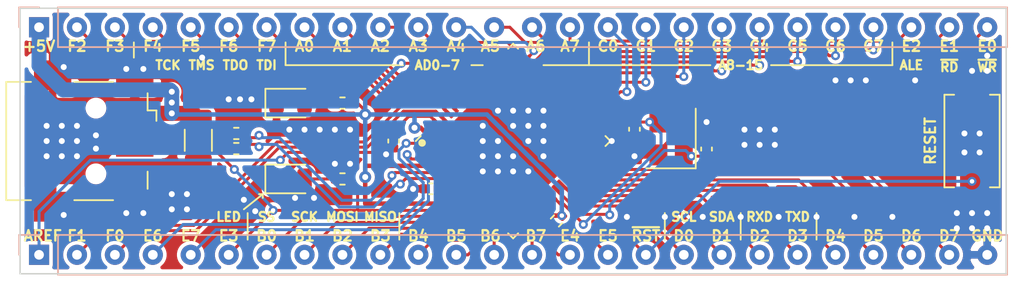
<source format=kicad_pcb>
(kicad_pcb (version 20171130) (host pcbnew "(5.1.10-1-10_14)")
  (layers (0 F.Cu signal) (31 B.Cu signal) (34 B.Paste user) (35 F.Paste user) (36 B.SilkS user) (37 F.SilkS user) (38 B.Mask user) (39 F.Mask user) (44 Edge.Cuts user))
  (net 0 "")
  (net 1 GND)
  (net 2 "Net-(C1-Pad1)")
  (net 3 "Net-(C2-Pad1)")
  (net 4 "Net-(C3-Pad1)")
  (net 5 /AREF)
  (net 6 +5V)
  (net 7 "Net-(D1-Pad2)")
  (net 8 "Net-(D2-Pad2)")
  (net 9 /DI+)
  (net 10 /DI-)
  (net 11 /PD7)
  (net 12 /PD6)
  (net 13 /PD5)
  (net 14 /PD4)
  (net 15 /PD3)
  (net 16 /PD2)
  (net 17 /PD1)
  (net 18 /PD0)
  (net 19 /PB7)
  (net 20 /PB6)
  (net 21 /PB5)
  (net 22 /PB4)
  (net 23 /PB3)
  (net 24 /PB2)
  (net 25 /PB1)
  (net 26 /PB0)
  (net 27 /PF0)
  (net 28 /PF1)
  (net 29 /PF2)
  (net 30 /PF3)
  (net 31 /PF4)
  (net 32 /PF5)
  (net 33 /PF6)
  (net 34 /PF7)
  (net 35 /RST)
  (net 36 /PE7)
  (net 37 /PE6)
  (net 38 /PE5)
  (net 39 /PE4)
  (net 40 /PE3)
  (net 41 /PE2)
  (net 42 /PE1)
  (net 43 /PE0)
  (net 44 /PC7)
  (net 45 /PC6)
  (net 46 /PC5)
  (net 47 /PC4)
  (net 48 /PC3)
  (net 49 /PC2)
  (net 50 /PC1)
  (net 51 /PC0)
  (net 52 /PA7)
  (net 53 /PA6)
  (net 54 /PA5)
  (net 55 /PA4)
  (net 56 /PA3)
  (net 57 /PA2)
  (net 58 /PA1)
  (net 59 /PA0)
  (net 60 /DO+)
  (net 61 /DO-)
  (module Package_DFN_QFN:QFN-64-1EP_9x9mm_P0.5mm_EP7.5x7.5mm (layer F.Cu) (at 139.954 72.136 45)
    (fp_text reference U1 hide)
    (fp_text value AT90USB1287-MU)
    (pad 1 smd custom (at -4.4125 -3.75 45) (size 0.179289 0.179289) (layers F.Cu F.Paste F.Mask) (net 37 /PE6) (options (clearance outline) (anchor circle)) (primitives (gr_poly (pts (xy -0.375 -0.0625) (xy 0.311612 -0.0625) (xy 0.375 0.000888) (xy 0.375 0.0625) (xy -0.375 0.0625)) (width 0.125))))
    (pad 2 smd roundrect (at -4.4125 -3.25 45) (size 0.875 0.25) (layers F.Cu F.Paste F.Mask) (net 36 /PE7))
    (pad 3 smd roundrect (at -4.4125 -2.75 45) (size 0.875 0.25) (layers F.Cu F.Paste F.Mask) (net 6 +5V))
    (pad 4 smd roundrect (at -4.4125 -2.25 45) (size 0.875 0.25) (layers F.Cu F.Paste F.Mask) (net 61 /DO-))
    (pad 5 smd roundrect (at -4.4125 -1.75 45) (size 0.875 0.25) (layers F.Cu F.Paste F.Mask) (net 60 /DO+))
    (pad 6 smd roundrect (at -4.4125 -1.25 45) (size 0.875 0.25) (layers F.Cu F.Paste F.Mask) (net 1 GND))
    (pad 7 smd roundrect (at -4.4125 -0.75 45) (size 0.875 0.25) (layers F.Cu F.Paste F.Mask) (net 4 "Net-(C3-Pad1)"))
    (pad 8 smd roundrect (at -4.4125 -0.25 45) (size 0.875 0.25) (layers F.Cu F.Paste F.Mask) (net 6 +5V))
    (pad 9 smd roundrect (at -4.4125 0.25 45) (size 0.875 0.25) (layers F.Cu F.Paste F.Mask) (net 40 /PE3))
    (pad 10 smd roundrect (at -4.4125 0.75 45) (size 0.875 0.25) (layers F.Cu F.Paste F.Mask) (net 26 /PB0))
    (pad 11 smd roundrect (at -4.4125 1.25 45) (size 0.875 0.25) (layers F.Cu F.Paste F.Mask) (net 25 /PB1))
    (pad 12 smd roundrect (at -4.4125 1.75 45) (size 0.875 0.25) (layers F.Cu F.Paste F.Mask) (net 24 /PB2))
    (pad 13 smd roundrect (at -4.4125 2.25 45) (size 0.875 0.25) (layers F.Cu F.Paste F.Mask) (net 23 /PB3))
    (pad 14 smd roundrect (at -4.4125 2.75 45) (size 0.875 0.25) (layers F.Cu F.Paste F.Mask) (net 22 /PB4))
    (pad 15 smd roundrect (at -4.4125 3.25 45) (size 0.875 0.25) (layers F.Cu F.Paste F.Mask) (net 21 /PB5))
    (pad 16 smd custom (at -4.4125 3.75 45) (size 0.179289 0.179289) (layers F.Cu F.Paste F.Mask) (net 20 /PB6) (options (clearance outline) (anchor circle)) (primitives (gr_poly (pts (xy -0.375 -0.0625) (xy 0.375 -0.0625) (xy 0.375 -0.000888) (xy 0.311612 0.0625) (xy -0.375 0.0625)) (width 0.125))))
    (pad 17 smd custom (at -3.75 4.4125 45) (size 0.179289 0.179289) (layers F.Cu F.Paste F.Mask) (net 19 /PB7) (options (clearance outline) (anchor circle)) (primitives (gr_poly (pts (xy -0.0625 -0.311612) (xy 0.000888 -0.375) (xy 0.0625 -0.375) (xy 0.0625 0.375) (xy -0.0625 0.375)) (width 0.125))))
    (pad 18 smd roundrect (at -3.25 4.4125 45) (size 0.25 0.875) (layers F.Cu F.Paste F.Mask) (net 39 /PE4))
    (pad 19 smd roundrect (at -2.75 4.4125 45) (size 0.25 0.875) (layers F.Cu F.Paste F.Mask) (net 38 /PE5))
    (pad 20 smd roundrect (at -2.25 4.4125 45) (size 0.25 0.875) (layers F.Cu F.Paste F.Mask) (net 35 /RST))
    (pad 21 smd roundrect (at -1.75 4.4125 45) (size 0.25 0.875) (layers F.Cu F.Paste F.Mask) (net 6 +5V))
    (pad 22 smd roundrect (at -1.25 4.4125 45) (size 0.25 0.875) (layers F.Cu F.Paste F.Mask) (net 1 GND))
    (pad 23 smd roundrect (at -0.75 4.4125 45) (size 0.25 0.875) (layers F.Cu F.Paste F.Mask) (net 3 "Net-(C2-Pad1)"))
    (pad 24 smd roundrect (at -0.25 4.4125 45) (size 0.25 0.875) (layers F.Cu F.Paste F.Mask) (net 2 "Net-(C1-Pad1)"))
    (pad 25 smd roundrect (at 0.25 4.4125 45) (size 0.25 0.875) (layers F.Cu F.Paste F.Mask) (net 18 /PD0))
    (pad 26 smd roundrect (at 0.75 4.4125 45) (size 0.25 0.875) (layers F.Cu F.Paste F.Mask) (net 17 /PD1))
    (pad 27 smd roundrect (at 1.25 4.4125 45) (size 0.25 0.875) (layers F.Cu F.Paste F.Mask) (net 16 /PD2))
    (pad 28 smd roundrect (at 1.75 4.4125 45) (size 0.25 0.875) (layers F.Cu F.Paste F.Mask) (net 15 /PD3))
    (pad 29 smd roundrect (at 2.25 4.4125 45) (size 0.25 0.875) (layers F.Cu F.Paste F.Mask) (net 14 /PD4))
    (pad 30 smd roundrect (at 2.75 4.4125 45) (size 0.25 0.875) (layers F.Cu F.Paste F.Mask) (net 13 /PD5))
    (pad 31 smd roundrect (at 3.25 4.4125 45) (size 0.25 0.875) (layers F.Cu F.Paste F.Mask) (net 12 /PD6))
    (pad 32 smd custom (at 3.75 4.4125 45) (size 0.179289 0.179289) (layers F.Cu F.Paste F.Mask) (net 11 /PD7) (options (clearance outline) (anchor circle)) (primitives (gr_poly (pts (xy -0.0625 -0.375) (xy -0.000888 -0.375) (xy 0.0625 -0.311612) (xy 0.0625 0.375) (xy -0.0625 0.375)) (width 0.125))))
    (pad 33 smd custom (at 4.4125 3.75 45) (size 0.179289 0.179289) (layers F.Cu F.Paste F.Mask) (net 43 /PE0) (options (clearance outline) (anchor circle)) (primitives (gr_poly (pts (xy -0.375 -0.0625) (xy 0.375 -0.0625) (xy 0.375 0.0625) (xy -0.311612 0.0625) (xy -0.375 -0.000888)) (width 0.125))))
    (pad 34 smd roundrect (at 4.4125 3.25 45) (size 0.875 0.25) (layers F.Cu F.Paste F.Mask) (net 42 /PE1))
    (pad 35 smd roundrect (at 4.4125 2.75 45) (size 0.875 0.25) (layers F.Cu F.Paste F.Mask) (net 51 /PC0))
    (pad 36 smd roundrect (at 4.4125 2.25 45) (size 0.875 0.25) (layers F.Cu F.Paste F.Mask) (net 50 /PC1))
    (pad 37 smd roundrect (at 4.4125 1.75 45) (size 0.875 0.25) (layers F.Cu F.Paste F.Mask) (net 49 /PC2))
    (pad 38 smd roundrect (at 4.4125 1.25 45) (size 0.875 0.25) (layers F.Cu F.Paste F.Mask) (net 48 /PC3))
    (pad 39 smd roundrect (at 4.4125 0.75 45) (size 0.875 0.25) (layers F.Cu F.Paste F.Mask) (net 47 /PC4))
    (pad 40 smd roundrect (at 4.4125 0.25 45) (size 0.875 0.25) (layers F.Cu F.Paste F.Mask) (net 46 /PC5))
    (pad 41 smd roundrect (at 4.4125 -0.25 45) (size 0.875 0.25) (layers F.Cu F.Paste F.Mask) (net 45 /PC6))
    (pad 42 smd roundrect (at 4.4125 -0.75 45) (size 0.875 0.25) (layers F.Cu F.Paste F.Mask) (net 44 /PC7))
    (pad 43 smd roundrect (at 4.4125 -1.25 45) (size 0.875 0.25) (layers F.Cu F.Paste F.Mask) (net 41 /PE2))
    (pad 44 smd roundrect (at 4.4125 -1.75 45) (size 0.875 0.25) (layers F.Cu F.Paste F.Mask) (net 52 /PA7))
    (pad 45 smd roundrect (at 4.4125 -2.25 45) (size 0.875 0.25) (layers F.Cu F.Paste F.Mask) (net 53 /PA6))
    (pad 46 smd roundrect (at 4.4125 -2.75 45) (size 0.875 0.25) (layers F.Cu F.Paste F.Mask) (net 54 /PA5))
    (pad 47 smd roundrect (at 4.4125 -3.25 45) (size 0.875 0.25) (layers F.Cu F.Paste F.Mask) (net 55 /PA4))
    (pad 48 smd custom (at 4.4125 -3.75 45) (size 0.179289 0.179289) (layers F.Cu F.Paste F.Mask) (net 56 /PA3) (options (clearance outline) (anchor circle)) (primitives (gr_poly (pts (xy -0.375 0.000888) (xy -0.311612 -0.0625) (xy 0.375 -0.0625) (xy 0.375 0.0625) (xy -0.375 0.0625)) (width 0.125))))
    (pad 49 smd custom (at 3.75 -4.4125 45) (size 0.179289 0.179289) (layers F.Cu F.Paste F.Mask) (net 57 /PA2) (options (clearance outline) (anchor circle)) (primitives (gr_poly (pts (xy -0.0625 -0.375) (xy 0.0625 -0.375) (xy 0.0625 0.311612) (xy -0.000888 0.375) (xy -0.0625 0.375)) (width 0.125))))
    (pad 50 smd roundrect (at 3.25 -4.4125 45) (size 0.25 0.875) (layers F.Cu F.Paste F.Mask) (net 58 /PA1))
    (pad 51 smd roundrect (at 2.75 -4.4125 45) (size 0.25 0.875) (layers F.Cu F.Paste F.Mask) (net 59 /PA0))
    (pad 52 smd roundrect (at 2.25 -4.4125 45) (size 0.25 0.875) (layers F.Cu F.Paste F.Mask) (net 6 +5V))
    (pad 53 smd roundrect (at 1.75 -4.4125 45) (size 0.25 0.875) (layers F.Cu F.Paste F.Mask) (net 1 GND))
    (pad 54 smd roundrect (at 1.25 -4.4125 45) (size 0.25 0.875) (layers F.Cu F.Paste F.Mask) (net 34 /PF7))
    (pad 55 smd roundrect (at 0.75 -4.4125 45) (size 0.25 0.875) (layers F.Cu F.Paste F.Mask) (net 33 /PF6))
    (pad 56 smd roundrect (at 0.25 -4.4125 45) (size 0.25 0.875) (layers F.Cu F.Paste F.Mask) (net 32 /PF5))
    (pad 57 smd roundrect (at -0.25 -4.4125 45) (size 0.25 0.875) (layers F.Cu F.Paste F.Mask) (net 31 /PF4))
    (pad 58 smd roundrect (at -0.75 -4.4125 45) (size 0.25 0.875) (layers F.Cu F.Paste F.Mask) (net 30 /PF3))
    (pad 59 smd roundrect (at -1.25 -4.4125 45) (size 0.25 0.875) (layers F.Cu F.Paste F.Mask) (net 29 /PF2))
    (pad 60 smd roundrect (at -1.75 -4.4125 45) (size 0.25 0.875) (layers F.Cu F.Paste F.Mask) (net 28 /PF1))
    (pad 61 smd roundrect (at -2.25 -4.4125 45) (size 0.25 0.875) (layers F.Cu F.Paste F.Mask) (net 27 /PF0))
    (pad 62 smd roundrect (at -2.75 -4.4125 45) (size 0.25 0.875) (layers F.Cu F.Paste F.Mask) (net 5 /AREF))
    (pad 63 smd roundrect (at -3.25 -4.4125 45) (size 0.25 0.875) (layers F.Cu F.Paste F.Mask) (net 1 GND))
    (pad 64 smd custom (at -3.75 -4.4125 45) (size 0.179289 0.179289) (layers F.Cu F.Paste F.Mask) (net 6 +5V) (options (clearance outline) (anchor circle)) (primitives (gr_poly (pts (xy -0.0625 -0.375) (xy 0.0625 -0.375) (xy 0.0625 0.375) (xy 0.000888 0.375) (xy -0.0625 0.311612)) (width 0.125))))
    (pad 65 smd rect (at 0 0 45) (size 7.5 7.5) (layers F.Cu F.Mask) (net 1 GND))
  )
  (module Resistor_SMD:R_0402_1005Metric (layer F.Cu) (at 142.854624 77.490376 225)
    (fp_text reference R3 hide)
    (fp_text value 10k)
    (pad 2 smd roundrect (at 0.51 0 225) (size 0.54 0.64) (layers F.Cu F.Paste F.Mask) (net 35 /RST))
    (pad 1 smd roundrect (at -0.51 0 225) (size 0.54 0.64) (layers F.Cu F.Paste F.Mask) (net 6 +5V))
  )
  (module LED_SMD:LED_0805_2012Metric (layer F.Cu) (at 125.0465 69.596)
    (fp_text reference D2 hide)
    (fp_text value Green)
    (pad 2 smd roundrect (at 0.9375 0) (size 0.975 1.4) (layers F.Cu F.Paste F.Mask) (net 8 "Net-(D2-Pad2)"))
    (pad 1 smd roundrect (at -0.9375 0) (size 0.975 1.4) (layers F.Cu F.Paste F.Mask) (net 1 GND))
  )
  (module Connector_PinHeader_2.54mm:PinHeader_1x26_P2.54mm_Vertical (layer B.Cu) (at 108.204 64.516 270)
    (fp_text reference J3 hide)
    (fp_text value Conn_01x26_Male)
    (pad 26 thru_hole oval (at 0 -63.5 270) (size 1.35 1.35) (drill 0.65) (layers *.Cu *.Mask) (net 43 /PE0))
    (pad 25 thru_hole oval (at 0 -60.96 270) (size 1.35 1.35) (drill 0.65) (layers *.Cu *.Mask) (net 42 /PE1))
    (pad 24 thru_hole oval (at 0 -58.42 270) (size 1.35 1.35) (drill 0.65) (layers *.Cu *.Mask) (net 41 /PE2))
    (pad 23 thru_hole oval (at 0 -55.88 270) (size 1.35 1.35) (drill 0.65) (layers *.Cu *.Mask) (net 44 /PC7))
    (pad 22 thru_hole oval (at 0 -53.34 270) (size 1.35 1.35) (drill 0.65) (layers *.Cu *.Mask) (net 45 /PC6))
    (pad 21 thru_hole oval (at 0 -50.8 270) (size 1.35 1.35) (drill 0.65) (layers *.Cu *.Mask) (net 46 /PC5))
    (pad 20 thru_hole oval (at 0 -48.26 270) (size 1.35 1.35) (drill 0.65) (layers *.Cu *.Mask) (net 47 /PC4))
    (pad 19 thru_hole oval (at 0 -45.72 270) (size 1.35 1.35) (drill 0.65) (layers *.Cu *.Mask) (net 48 /PC3))
    (pad 18 thru_hole oval (at 0 -43.18 270) (size 1.35 1.35) (drill 0.65) (layers *.Cu *.Mask) (net 49 /PC2))
    (pad 17 thru_hole oval (at 0 -40.64 270) (size 1.35 1.35) (drill 0.65) (layers *.Cu *.Mask) (net 50 /PC1))
    (pad 16 thru_hole oval (at 0 -38.1 270) (size 1.35 1.35) (drill 0.65) (layers *.Cu *.Mask) (net 51 /PC0))
    (pad 15 thru_hole oval (at 0 -35.56 270) (size 1.35 1.35) (drill 0.65) (layers *.Cu *.Mask) (net 52 /PA7))
    (pad 14 thru_hole oval (at 0 -33.02 270) (size 1.35 1.35) (drill 0.65) (layers *.Cu *.Mask) (net 53 /PA6))
    (pad 13 thru_hole oval (at 0 -30.48 270) (size 1.35 1.35) (drill 0.65) (layers *.Cu *.Mask) (net 54 /PA5))
    (pad 12 thru_hole oval (at 0 -27.94 270) (size 1.35 1.35) (drill 0.65) (layers *.Cu *.Mask) (net 55 /PA4))
    (pad 11 thru_hole oval (at 0 -25.4 270) (size 1.35 1.35) (drill 0.65) (layers *.Cu *.Mask) (net 56 /PA3))
    (pad 10 thru_hole oval (at 0 -22.86 270) (size 1.35 1.35) (drill 0.65) (layers *.Cu *.Mask) (net 57 /PA2))
    (pad 9 thru_hole oval (at 0 -20.32 270) (size 1.35 1.35) (drill 0.65) (layers *.Cu *.Mask) (net 58 /PA1))
    (pad 8 thru_hole oval (at 0 -17.78 270) (size 1.35 1.35) (drill 0.65) (layers *.Cu *.Mask) (net 59 /PA0))
    (pad 7 thru_hole oval (at 0 -15.24 270) (size 1.35 1.35) (drill 0.65) (layers *.Cu *.Mask) (net 34 /PF7))
    (pad 6 thru_hole oval (at 0 -12.7 270) (size 1.35 1.35) (drill 0.65) (layers *.Cu *.Mask) (net 33 /PF6))
    (pad 5 thru_hole oval (at 0 -10.16 270) (size 1.35 1.35) (drill 0.65) (layers *.Cu *.Mask) (net 32 /PF5))
    (pad 4 thru_hole oval (at 0 -7.62 270) (size 1.35 1.35) (drill 0.65) (layers *.Cu *.Mask) (net 31 /PF4))
    (pad 3 thru_hole oval (at 0 -5.08 270) (size 1.35 1.35) (drill 0.65) (layers *.Cu *.Mask) (net 30 /PF3))
    (pad 2 thru_hole oval (at 0 -2.54 270) (size 1.35 1.35) (drill 0.65) (layers *.Cu *.Mask) (net 29 /PF2))
    (pad 1 thru_hole rect (at 0 0 270) (size 1.35 1.35) (drill 0.65) (layers *.Cu *.Mask) (net 6 +5V))
  )
  (module Capacitor_SMD:C_0402_1005Metric (layer F.Cu) (at 131.953 72.136 270)
    (fp_text reference C4 hide)
    (fp_text value 0.1μF)
    (pad 1 smd roundrect (at -0.48 0 270) (size 0.56 0.62) (layers F.Cu F.Paste F.Mask) (net 5 /AREF))
    (pad 2 smd roundrect (at 0.48 0 270) (size 0.56 0.62) (layers F.Cu F.Paste F.Mask) (net 1 GND))
  )
  (module Capacitor_SMD:C_1206_3216Metric (layer F.Cu) (at 118.872 72.087 270)
    (fp_text reference C5 hide)
    (fp_text value 10μF)
    (pad 2 smd roundrect (at 1.475 0 270) (size 1.15 1.8) (layers F.Cu F.Paste F.Mask) (roundrect_rratio 0.217391) (net 1 GND))
    (pad 1 smd roundrect (at -1.475 0 270) (size 1.15 1.8) (layers F.Cu F.Paste F.Mask) (roundrect_rratio 0.217391) (net 6 +5V))
  )
  (module Crystal:Crystal_SMD_3225-4Pin_3.2x2.5mm (layer F.Cu) (at 150.534 71.966 90)
    (fp_text reference Y1 hide)
    (fp_text value Crystal_GND24)
    (pad 4 smd rect (at -1.1 -0.85 90) (size 1.4 1.2) (layers F.Cu F.Paste F.Mask) (net 1 GND))
    (pad 3 smd rect (at 1.1 -0.85 90) (size 1.4 1.2) (layers F.Cu F.Paste F.Mask) (net 3 "Net-(C2-Pad1)"))
    (pad 2 smd rect (at 1.1 0.85 90) (size 1.4 1.2) (layers F.Cu F.Paste F.Mask) (net 1 GND))
    (pad 1 smd rect (at -1.1 0.85 90) (size 1.4 1.2) (layers F.Cu F.Paste F.Mask) (net 2 "Net-(C1-Pad1)"))
  )
  (module Button_Switch_SMD:SW_SPST_EVQPE1 (layer F.Cu) (at 170.688 72.136 270)
    (fp_text reference SW1 hide)
    (fp_text value Reset)
    (pad 1 smd rect (at -2.7 0 270) (size 2 1.6) (layers F.Cu F.Paste F.Mask) (net 1 GND))
    (pad 2 smd rect (at 2.7 0 270) (size 2 1.6) (layers F.Cu F.Paste F.Mask) (net 35 /RST))
  )
  (module Resistor_SMD:R_0402_1005Metric (layer F.Cu) (at 128.526 69.596 180)
    (fp_text reference R5 hide)
    (fp_text value 2k)
    (pad 2 smd roundrect (at 0.51 0 180) (size 0.54 0.64) (layers F.Cu F.Paste F.Mask) (net 8 "Net-(D2-Pad2)"))
    (pad 1 smd roundrect (at -0.51 0 180) (size 0.54 0.64) (layers F.Cu F.Paste F.Mask) (net 6 +5V))
  )
  (module Resistor_SMD:R_0402_1005Metric (layer F.Cu) (at 128.524 74.676 180)
    (fp_text reference R4 hide)
    (fp_text value 2k)
    (pad 2 smd roundrect (at 0.51 0 180) (size 0.54 0.64) (layers F.Cu F.Paste F.Mask) (net 7 "Net-(D1-Pad2)"))
    (pad 1 smd roundrect (at -0.51 0 180) (size 0.54 0.64) (layers F.Cu F.Paste F.Mask) (net 40 /PE3))
  )
  (module Resistor_SMD:R_0402_1005Metric (layer F.Cu) (at 121.414 71.628)
    (fp_text reference R2 hide)
    (fp_text value 22)
    (pad 2 smd roundrect (at 0.51 0) (size 0.54 0.64) (layers F.Cu F.Paste F.Mask) (net 61 /DO-))
    (pad 1 smd roundrect (at -0.51 0) (size 0.54 0.64) (layers F.Cu F.Paste F.Mask) (net 10 /DI-))
  )
  (module Resistor_SMD:R_0402_1005Metric (layer F.Cu) (at 121.414 72.644 180)
    (fp_text reference R1 hide)
    (fp_text value 22)
    (pad 2 smd roundrect (at 0.51 0 180) (size 0.54 0.64) (layers F.Cu F.Paste F.Mask) (net 9 /DI+))
    (pad 1 smd roundrect (at -0.51 0 180) (size 0.54 0.64) (layers F.Cu F.Paste F.Mask) (net 60 /DO+))
  )
  (module Connector_PinHeader_2.54mm:PinHeader_1x26_P2.54mm_Vertical (layer B.Cu) (at 108.204 79.756 270)
    (fp_text reference J2 hide)
    (fp_text value Conn_01x26_Male)
    (pad 26 thru_hole oval (at 0 -63.5 270) (size 1.35 1.35) (drill 0.65) (layers *.Cu *.Mask) (net 1 GND))
    (pad 25 thru_hole oval (at 0 -60.96 270) (size 1.35 1.35) (drill 0.65) (layers *.Cu *.Mask) (net 11 /PD7))
    (pad 24 thru_hole oval (at 0 -58.42 270) (size 1.35 1.35) (drill 0.65) (layers *.Cu *.Mask) (net 12 /PD6))
    (pad 23 thru_hole oval (at 0 -55.88 270) (size 1.35 1.35) (drill 0.65) (layers *.Cu *.Mask) (net 13 /PD5))
    (pad 22 thru_hole oval (at 0 -53.34 270) (size 1.35 1.35) (drill 0.65) (layers *.Cu *.Mask) (net 14 /PD4))
    (pad 21 thru_hole oval (at 0 -50.8 270) (size 1.35 1.35) (drill 0.65) (layers *.Cu *.Mask) (net 15 /PD3))
    (pad 20 thru_hole oval (at 0 -48.26 270) (size 1.35 1.35) (drill 0.65) (layers *.Cu *.Mask) (net 16 /PD2))
    (pad 19 thru_hole oval (at 0 -45.72 270) (size 1.35 1.35) (drill 0.65) (layers *.Cu *.Mask) (net 17 /PD1))
    (pad 18 thru_hole oval (at 0 -43.18 270) (size 1.35 1.35) (drill 0.65) (layers *.Cu *.Mask) (net 18 /PD0))
    (pad 17 thru_hole oval (at 0 -40.64 270) (size 1.35 1.35) (drill 0.65) (layers *.Cu *.Mask) (net 35 /RST))
    (pad 16 thru_hole oval (at 0 -38.1 270) (size 1.35 1.35) (drill 0.65) (layers *.Cu *.Mask) (net 38 /PE5))
    (pad 15 thru_hole oval (at 0 -35.56 270) (size 1.35 1.35) (drill 0.65) (layers *.Cu *.Mask) (net 39 /PE4))
    (pad 14 thru_hole oval (at 0 -33.02 270) (size 1.35 1.35) (drill 0.65) (layers *.Cu *.Mask) (net 19 /PB7))
    (pad 13 thru_hole oval (at 0 -30.48 270) (size 1.35 1.35) (drill 0.65) (layers *.Cu *.Mask) (net 20 /PB6))
    (pad 12 thru_hole oval (at 0 -27.94 270) (size 1.35 1.35) (drill 0.65) (layers *.Cu *.Mask) (net 21 /PB5))
    (pad 11 thru_hole oval (at 0 -25.4 270) (size 1.35 1.35) (drill 0.65) (layers *.Cu *.Mask) (net 22 /PB4))
    (pad 10 thru_hole oval (at 0 -22.86 270) (size 1.35 1.35) (drill 0.65) (layers *.Cu *.Mask) (net 23 /PB3))
    (pad 9 thru_hole oval (at 0 -20.32 270) (size 1.35 1.35) (drill 0.65) (layers *.Cu *.Mask) (net 24 /PB2))
    (pad 8 thru_hole oval (at 0 -17.78 270) (size 1.35 1.35) (drill 0.65) (layers *.Cu *.Mask) (net 25 /PB1))
    (pad 7 thru_hole oval (at 0 -15.24 270) (size 1.35 1.35) (drill 0.65) (layers *.Cu *.Mask) (net 26 /PB0))
    (pad 6 thru_hole oval (at 0 -12.7 270) (size 1.35 1.35) (drill 0.65) (layers *.Cu *.Mask) (net 40 /PE3))
    (pad 5 thru_hole oval (at 0 -10.16 270) (size 1.35 1.35) (drill 0.65) (layers *.Cu *.Mask) (net 36 /PE7))
    (pad 4 thru_hole oval (at 0 -7.62 270) (size 1.35 1.35) (drill 0.65) (layers *.Cu *.Mask) (net 37 /PE6))
    (pad 3 thru_hole oval (at 0 -5.08 270) (size 1.35 1.35) (drill 0.65) (layers *.Cu *.Mask) (net 27 /PF0))
    (pad 2 thru_hole oval (at 0 -2.54 270) (size 1.35 1.35) (drill 0.65) (layers *.Cu *.Mask) (net 28 /PF1))
    (pad 1 thru_hole rect (at 0 0 270) (size 1.35 1.35) (drill 0.65) (layers *.Cu *.Mask) (net 5 /AREF))
  )
  (module Connector_USB:USB_Mini-B_Wuerth_65100516121_Horizontal (layer F.Cu) (at 112.014 72.136 270)
    (fp_text reference J1 hide)
    (fp_text value USB_B_Mini)
    (pad 6 smd rect (at -4.4 2.9 270) (size 2 2.5) (layers F.Cu F.Paste F.Mask) (net 1 GND))
    (pad 6 smd rect (at 4.4 2.9 270) (size 2 2.5) (layers F.Cu F.Paste F.Mask) (net 1 GND))
    (pad 6 smd rect (at -4.4 -2.6 270) (size 2 2.5) (layers F.Cu F.Paste F.Mask) (net 1 GND))
    (pad 6 smd rect (at 4.4 -2.6 270) (size 2 2.5) (layers F.Cu F.Paste F.Mask) (net 1 GND))
    (pad 1 smd rect (at -1.6 -2.6 270) (size 0.5 2.5) (layers F.Cu F.Paste F.Mask) (net 6 +5V))
    (pad 2 smd rect (at -0.8 -2.6 270) (size 0.5 2.5) (layers F.Cu F.Paste F.Mask) (net 10 /DI-))
    (pad 3 smd rect (at 0 -2.6 270) (size 0.5 2.5) (layers F.Cu F.Paste F.Mask) (net 9 /DI+))
    (pad 4 smd rect (at 0.8 -2.6 270) (size 0.5 2.5) (layers F.Cu F.Paste F.Mask) (net 40 /PE3))
    (pad 5 smd rect (at 1.6 -2.6 270) (size 0.5 2.5) (layers F.Cu F.Paste F.Mask) (net 1 GND))
    (pad "" np_thru_hole circle (at -2.2 0 270) (size 0.9 0.9) (drill 0.9) (layers *.Cu *.Mask))
    (pad "" np_thru_hole circle (at 2.2 0 270) (size 0.9 0.9) (drill 0.9) (layers *.Cu *.Mask))
  )
  (module LED_SMD:LED_0805_2012Metric (layer F.Cu) (at 125.0465 74.676)
    (fp_text reference D1 hide)
    (fp_text value Green)
    (pad 1 smd roundrect (at -0.9375 0) (size 0.975 1.4) (layers F.Cu F.Paste F.Mask) (net 1 GND))
    (pad 2 smd roundrect (at 0.9375 0) (size 0.975 1.4) (layers F.Cu F.Paste F.Mask) (net 7 "Net-(D1-Pad2)"))
  )
  (module Capacitor_SMD:C_0402_1005Metric (layer F.Cu) (at 134.4396 75.3364 180)
    (fp_text reference C3 hide)
    (fp_text value 1μF)
    (pad 1 smd roundrect (at -0.48 0 180) (size 0.56 0.62) (layers F.Cu F.Paste F.Mask) (net 4 "Net-(C3-Pad1)"))
    (pad 2 smd roundrect (at 0.48 0 180) (size 0.56 0.62) (layers F.Cu F.Paste F.Mask) (net 1 GND))
  )
  (module Capacitor_SMD:C_0402_1005Metric (layer F.Cu) (at 148.082 71.346 270)
    (fp_text reference C2 hide)
    (fp_text value 20pF)
    (pad 2 smd roundrect (at 0.48 0 270) (size 0.56 0.62) (layers F.Cu F.Paste F.Mask) (net 1 GND))
    (pad 1 smd roundrect (at -0.48 0 270) (size 0.56 0.62) (layers F.Cu F.Paste F.Mask) (net 3 "Net-(C2-Pad1)"))
  )
  (module Capacitor_SMD:C_0402_1005Metric (layer F.Cu) (at 152.908 72.672 90)
    (fp_text reference C1 hide)
    (fp_text value 20pF)
    (pad 2 smd roundrect (at 0.48 0 90) (size 0.56 0.62) (layers F.Cu F.Paste F.Mask) (net 1 GND))
    (pad 1 smd roundrect (at -0.48 0 90) (size 0.56 0.62) (layers F.Cu F.Paste F.Mask) (net 2 "Net-(C1-Pad1)"))
  )
  (gr_line (start 114.554 65.532) (end 114.554 66.548) (layer F.SilkS) (width 0.12))
  (gr_text TDI (at 123.444 67.056) (layer F.SilkS) (effects (font (size 0.6 0.6))))
  (gr_text TCK (at 116.84 67.056) (layer F.SilkS) (effects (font (size 0.6 0.6))))
  (gr_text TDO (at 121.361715 67.056) (layer F.SilkS) (effects (font (size 0.6 0.6))))
  (gr_text TMS (at 119.093715 67.056) (layer F.SilkS) (effects (font (size 0.6 0.6))))
  (gr_text SDA (at 153.924 77.216) (layer F.SilkS) (effects (font (size 0.6 0.6))))
  (gr_text SCL (at 151.384 77.216) (layer F.SilkS) (effects (font (size 0.6 0.6))))
  (gr_line (start 150.114 78.74) (end 150.114 76.962) (layer F.SilkS) (width 0.12))
  (gr_text SS (at 123.444 77.216) (layer F.SilkS) (effects (font (size 0.6 0.6))))
  (gr_line (start 160.274 78.74) (end 160.274 76.962) (layer F.SilkS) (width 0.12))
  (gr_line (start 155.194 78.74) (end 155.194 76.962) (layer F.SilkS) (width 0.12))
  (gr_text TXD (at 159.004 77.216) (layer F.SilkS) (effects (font (size 0.6 0.6))))
  (gr_text RXD (at 156.464 77.216) (layer F.SilkS) (effects (font (size 0.6 0.6))))
  (gr_circle (center 133.858 72.263) (end 133.985 72.263) (layer F.SilkS) (width 0.25))
  (gr_line (start 132.334 78.74) (end 132.334 76.962) (layer F.SilkS) (width 0.12))
  (gr_line (start 122.174 78.74) (end 122.174 76.962) (layer F.SilkS) (width 0.12))
  (gr_text MISO (at 131.064 77.216) (layer F.SilkS) (effects (font (size 0.6 0.6))))
  (gr_text MOSI (at 128.524 77.216) (layer F.SilkS) (effects (font (size 0.6 0.6))))
  (gr_text SCK (at 125.984 77.216) (layer F.SilkS) (effects (font (size 0.6 0.6))))
  (gr_text RESET (at 167.894 72.136 90) (layer F.SilkS) (effects (font (size 0.7 0.7))))
  (gr_line (start 123.19 75.692) (end 122.936 75.692) (layer F.SilkS) (width 0.12))
  (gr_line (start 123.19 75.692) (end 123.19 75.946) (layer F.SilkS) (width 0.12))
  (gr_line (start 121.92 76.708) (end 123.19 75.692) (layer F.SilkS) (width 0.12))
  (gr_text LED (at 120.904 77.216) (layer F.SilkS) (effects (font (size 0.6 0.6))))
  (gr_line (start 165.354 67.056) (end 165.354 65.532) (layer F.SilkS) (width 0.12))
  (gr_line (start 157.226 67.056) (end 165.354 67.056) (layer F.SilkS) (width 0.12))
  (gr_line (start 145.034 67.056) (end 153.162 67.056) (layer F.SilkS) (width 0.12))
  (gr_line (start 145.034 67.056) (end 145.034 65.532) (layer F.SilkS) (width 0.12))
  (gr_line (start 141.986 67.056) (end 145.034 67.056) (layer F.SilkS) (width 0.12))
  (gr_line (start 137.16 67.056) (end 137.922 67.056) (layer F.SilkS) (width 0.12))
  (gr_line (start 124.714 67.056) (end 132.588 67.056) (layer F.SilkS) (width 0.12))
  (gr_line (start 124.714 65.532) (end 124.714 67.056) (layer F.SilkS) (width 0.12))
  (gr_text A8-15 (at 155.194 67.056) (layer F.SilkS) (effects (font (size 0.6 0.6))))
  (gr_text AD0-7 (at 134.874 67.056) (layer F.SilkS) (effects (font (size 0.6 0.6))))
  (gr_text ~WR (at 171.704 67.1895) (layer F.SilkS) (effects (font (size 0.6 0.6))))
  (gr_text ~RD (at 169.164 67.1895) (layer F.SilkS) (effects (font (size 0.6 0.6))))
  (gr_text ALE (at 166.624 67.056) (layer F.SilkS) (effects (font (size 0.6 0.6))))
  (gr_text D7 (at 169.164 78.486) (layer F.SilkS) (effects (font (size 0.7 0.7))))
  (gr_text GND (at 171.704 78.486) (layer F.SilkS) (effects (font (size 0.7 0.7))))
  (gr_text D3 (at 159.004 78.486) (layer F.SilkS) (effects (font (size 0.7 0.7))))
  (gr_text D5 (at 164.084 78.486) (layer F.SilkS) (effects (font (size 0.7 0.7))))
  (gr_text D4 (at 161.544 78.486) (layer F.SilkS) (effects (font (size 0.7 0.7))))
  (gr_text D6 (at 166.624 78.486) (layer F.SilkS) (effects (font (size 0.7 0.7))))
  (gr_text ~RST (at 148.844 78.486) (layer F.SilkS) (effects (font (size 0.7 0.7))))
  (gr_text D1 (at 153.924 78.486) (layer F.SilkS) (effects (font (size 0.7 0.7))))
  (gr_text D0 (at 151.384 78.486) (layer F.SilkS) (effects (font (size 0.7 0.7))))
  (gr_text D2 (at 156.464 78.486) (layer F.SilkS) (effects (font (size 0.7 0.7))))
  (gr_text B6 (at 138.43 78.486) (layer F.SilkS) (effects (font (size 0.7 0.7))))
  (gr_text E4 (at 143.764 78.486) (layer F.SilkS) (effects (font (size 0.7 0.7))))
  (gr_text B7 (at 141.478 78.486) (layer F.SilkS) (effects (font (size 0.7 0.7))))
  (gr_text E5 (at 146.304 78.486) (layer F.SilkS) (effects (font (size 0.7 0.7))))
  (gr_text B2 (at 128.524 78.486) (layer F.SilkS) (effects (font (size 0.7 0.7))))
  (gr_text B4 (at 133.604 78.486) (layer F.SilkS) (effects (font (size 0.7 0.7))))
  (gr_text B3 (at 131.064 78.486) (layer F.SilkS) (effects (font (size 0.7 0.7))))
  (gr_text B5 (at 136.144 78.486) (layer F.SilkS) (effects (font (size 0.7 0.7))))
  (gr_text E7 (at 118.364 78.486) (layer F.SilkS) (effects (font (size 0.7 0.7))))
  (gr_text B0 (at 123.444 78.486) (layer F.SilkS) (effects (font (size 0.7 0.7))))
  (gr_text E3 (at 120.904 78.486) (layer F.SilkS) (effects (font (size 0.7 0.7))))
  (gr_text B1 (at 125.984 78.486) (layer F.SilkS) (effects (font (size 0.7 0.7))))
  (gr_text AREF (at 108.458 78.486) (layer F.SilkS) (effects (font (size 0.7 0.7))))
  (gr_text F0 (at 113.284 78.486) (layer F.SilkS) (effects (font (size 0.7 0.7))))
  (gr_text F1 (at 110.744 78.486) (layer F.SilkS) (effects (font (size 0.7 0.7))))
  (gr_text E6 (at 115.824 78.486) (layer F.SilkS) (effects (font (size 0.7 0.7))))
  (gr_text E2 (at 166.624 65.786) (layer F.SilkS) (effects (font (size 0.7 0.7))))
  (gr_text E0 (at 171.704 65.786) (layer F.SilkS) (effects (font (size 0.7 0.7))))
  (gr_text E1 (at 169.164 65.786) (layer F.SilkS) (effects (font (size 0.7 0.7))))
  (gr_text C4 (at 156.464 65.786) (layer F.SilkS) (effects (font (size 0.7 0.7))))
  (gr_text C6 (at 161.544 65.786) (layer F.SilkS) (effects (font (size 0.7 0.7))))
  (gr_text C5 (at 159.004 65.786) (layer F.SilkS) (effects (font (size 0.7 0.7))))
  (gr_text C7 (at 164.084 65.786) (layer F.SilkS) (effects (font (size 0.7 0.7))))
  (gr_text C0 (at 146.304 65.786) (layer F.SilkS) (effects (font (size 0.7 0.7))))
  (gr_text C2 (at 151.384 65.786) (layer F.SilkS) (effects (font (size 0.7 0.7))))
  (gr_text C1 (at 148.844 65.786) (layer F.SilkS) (effects (font (size 0.7 0.7))))
  (gr_text C3 (at 153.924 65.786) (layer F.SilkS) (effects (font (size 0.7 0.7))))
  (gr_text A4 (at 136.144 65.786) (layer F.SilkS) (effects (font (size 0.7 0.7))))
  (gr_text A6 (at 141.478 65.786) (layer F.SilkS) (effects (font (size 0.7 0.7))))
  (gr_text A5 (at 138.43 65.786) (layer F.SilkS) (effects (font (size 0.7 0.7))))
  (gr_text A7 (at 143.764 65.786) (layer F.SilkS) (effects (font (size 0.7 0.7))))
  (gr_text A0 (at 125.984 65.786) (layer F.SilkS) (effects (font (size 0.7 0.7))))
  (gr_text A2 (at 131.064 65.786) (layer F.SilkS) (effects (font (size 0.7 0.7))))
  (gr_text A1 (at 128.524 65.786) (layer F.SilkS) (effects (font (size 0.7 0.7))))
  (gr_text A3 (at 133.604 65.786) (layer F.SilkS) (effects (font (size 0.7 0.7))))
  (gr_text F7 (at 123.444 65.786) (layer F.SilkS) (effects (font (size 0.7 0.7))))
  (gr_text F6 (at 120.904 65.786) (layer F.SilkS) (effects (font (size 0.7 0.7))))
  (gr_text F5 (at 118.364 65.786) (layer F.SilkS) (effects (font (size 0.7 0.7))))
  (gr_text F4 (at 115.824 65.786) (layer F.SilkS) (effects (font (size 0.7 0.7))))
  (gr_text F3 (at 113.284 65.786) (layer F.SilkS) (effects (font (size 0.7 0.7))))
  (gr_text F2 (at 110.744 65.786) (layer F.SilkS) (effects (font (size 0.7 0.7))))
  (gr_text +5V (at 108.204 65.786) (layer F.SilkS) (effects (font (size 0.7 0.7))))
  (gr_line (start 106.934 63.246) (end 172.974 63.246) (layer Edge.Cuts) (width 0.1))
  (gr_line (start 106.934 81.026) (end 106.934 63.246) (layer Edge.Cuts) (width 0.1))
  (gr_line (start 172.974 81.026) (end 106.934 81.026) (layer Edge.Cuts) (width 0.1))
  (gr_line (start 172.974 63.246) (end 172.974 81.026) (layer Edge.Cuts) (width 0.1))
  (via (at 117.094 75.692) (size 0.8) (drill 0.4) (layers F.Cu B.Cu) (net 1))
  (via (at 118.11 75.692) (size 0.8) (drill 0.4) (layers F.Cu B.Cu) (net 1))
  (via (at 117.094 76.708) (size 0.8) (drill 0.4) (layers F.Cu B.Cu) (net 1))
  (via (at 118.11 76.708) (size 0.8) (drill 0.4) (layers F.Cu B.Cu) (net 1))
  (via (at 169.672 76.962) (size 0.8) (drill 0.4) (layers F.Cu B.Cu) (net 1))
  (via (at 170.688 77.978) (size 0.8) (drill 0.4) (layers F.Cu B.Cu) (net 1))
  (via (at 170.688 76.962) (size 0.8) (drill 0.4) (layers F.Cu B.Cu) (net 1))
  (via (at 171.704 77.978) (size 0.8) (drill 0.4) (layers F.Cu B.Cu) (net 1))
  (via (at 171.704 76.962) (size 0.8) (drill 0.4) (layers F.Cu B.Cu) (net 1))
  (via (at 169.672 77.978) (size 0.8) (drill 0.4) (layers F.Cu B.Cu) (net 1))
  (via (at 109.855 77.089) (size 0.8) (drill 0.4) (layers F.Cu B.Cu) (net 1))
  (via (at 115.189 76.962) (size 0.8) (drill 0.4) (layers F.Cu B.Cu) (net 1))
  (via (at 114.046 76.962) (size 0.8) (drill 0.4) (layers F.Cu B.Cu) (net 1))
  (via (at 115.189 67.31) (size 0.8) (drill 0.4) (layers F.Cu B.Cu) (net 1))
  (via (at 114.046 67.31) (size 0.8) (drill 0.4) (layers F.Cu B.Cu) (net 1))
  (via (at 109.855 67.183) (size 0.8) (drill 0.4) (layers F.Cu B.Cu) (net 1))
  (via (at 139.954 74.168) (size 0.8) (drill 0.4) (layers F.Cu B.Cu) (net 1))
  (via (at 138.938 74.168) (size 0.8) (drill 0.4) (layers F.Cu B.Cu) (net 1))
  (via (at 137.922 74.168) (size 0.8) (drill 0.4) (layers F.Cu B.Cu) (net 1))
  (via (at 137.922 73.152) (size 0.8) (drill 0.4) (layers F.Cu B.Cu) (net 1))
  (via (at 137.922 72.136) (size 0.8) (drill 0.4) (layers F.Cu B.Cu) (net 1))
  (via (at 137.922 71.12) (size 0.8) (drill 0.4) (layers F.Cu B.Cu) (net 1))
  (via (at 138.938 70.104) (size 0.8) (drill 0.4) (layers F.Cu B.Cu) (net 1))
  (via (at 139.954 70.104) (size 0.8) (drill 0.4) (layers F.Cu B.Cu) (net 1))
  (via (at 141.986 70.104) (size 0.8) (drill 0.4) (layers F.Cu B.Cu) (net 1))
  (via (at 141.986 71.12) (size 0.8) (drill 0.4) (layers F.Cu B.Cu) (net 1))
  (via (at 141.986 72.136) (size 0.8) (drill 0.4) (layers F.Cu B.Cu) (net 1))
  (via (at 141.986 73.152) (size 0.8) (drill 0.4) (layers F.Cu B.Cu) (net 1))
  (via (at 140.97 74.168) (size 0.8) (drill 0.4) (layers F.Cu B.Cu) (net 1))
  (via (at 140.97 70.104) (size 0.8) (drill 0.4) (layers F.Cu B.Cu) (net 1))
  (via (at 140.97 71.12) (size 0.8) (drill 0.4) (layers F.Cu B.Cu) (net 1))
  (via (at 140.97 72.136) (size 0.8) (drill 0.4) (layers F.Cu B.Cu) (net 1))
  (via (at 138.938 72.136) (size 0.8) (drill 0.4) (layers F.Cu B.Cu) (net 1))
  (via (at 138.938 73.152) (size 0.8) (drill 0.4) (layers F.Cu B.Cu) (net 1))
  (via (at 139.954 71.12) (size 0.8) (drill 0.4) (layers F.Cu B.Cu) (net 1))
  (via (at 139.954 73.152) (size 0.8) (drill 0.4) (layers F.Cu B.Cu) (net 1))
  (via (at 132.7912 72.2884) (size 0.6) (drill 0.3) (layers F.Cu B.Cu) (net 37))
  (segment (start 151.384 71.12) (end 151.384 70.866) (width 0.2) (layer F.Cu) (net 1))
  (segment (start 149.684 72.82) (end 151.384 71.12) (width 0.2) (layer F.Cu) (net 1))
  (segment (start 149.684 73.066) (end 149.684 72.82) (width 0.2) (layer F.Cu) (net 1))
  (via (at 121.92 76.073) (size 0.8) (drill 0.4) (layers F.Cu B.Cu) (net 1))
  (via (at 152.908 70.866) (size 0.8) (drill 0.4) (layers F.Cu B.Cu) (net 1))
  (via (at 129.032 71.374) (size 0.8) (drill 0.4) (layers F.Cu B.Cu) (net 1))
  (segment (start 133.951221 75.344779) (end 133.9596 75.3364) (width 0.3) (layer F.Cu) (net 1))
  (segment (start 133.253956 75.344779) (end 133.253956 75.344779) (width 0.3) (layer F.Cu) (net 1))
  (segment (start 138.186233 72.136) (end 139.954 72.136) (width 0.3) (layer F.Cu) (net 1))
  (segment (start 135.950008 74.372225) (end 138.186233 72.136) (width 0.3) (layer F.Cu) (net 1))
  (segment (start 135.357806 72.136) (end 139.954 72.136) (width 0.3) (layer F.Cu) (net 1))
  (segment (start 134.535794 71.313988) (end 135.357806 72.136) (width 0.3) (layer F.Cu) (net 1))
  (segment (start 139.954 69.661126) (end 139.954 72.136) (width 0.3) (layer F.Cu) (net 1))
  (segment (start 138.071328 67.778454) (end 139.954 69.661126) (width 0.3) (layer F.Cu) (net 1))
  (segment (start 139.954 73.903767) (end 139.954 72.136) (width 0.3) (layer F.Cu) (net 1))
  (segment (start 142.190225 76.139992) (end 139.954 73.903767) (width 0.3) (layer F.Cu) (net 1))
  (via (at 122.428 69.342) (size 0.8) (drill 0.4) (layers F.Cu B.Cu) (net 1))
  (via (at 121.666 69.342) (size 0.8) (drill 0.4) (layers F.Cu B.Cu) (net 1))
  (via (at 120.904 69.342) (size 0.8) (drill 0.4) (layers F.Cu B.Cu) (net 1))
  (segment (start 114.614 76.536) (end 114.614 74.1264) (width 1) (layer F.Cu) (net 1))
  (via (at 108.712 72.136) (size 0.8) (drill 0.4) (layers F.Cu B.Cu) (net 1))
  (via (at 108.712 73.152) (size 0.8) (drill 0.4) (layers F.Cu B.Cu) (net 1))
  (via (at 108.712 71.12) (size 0.8) (drill 0.4) (layers F.Cu B.Cu) (net 1))
  (via (at 109.728 73.152) (size 0.8) (drill 0.4) (layers F.Cu B.Cu) (net 1))
  (via (at 109.728 72.136) (size 0.8) (drill 0.4) (layers F.Cu B.Cu) (net 1))
  (via (at 109.728 71.12) (size 0.8) (drill 0.4) (layers F.Cu B.Cu) (net 1))
  (via (at 110.744 73.152) (size 0.8) (drill 0.4) (layers F.Cu B.Cu) (net 1))
  (via (at 110.744 72.136) (size 0.8) (drill 0.4) (layers F.Cu B.Cu) (net 1))
  (via (at 110.744 71.12) (size 0.8) (drill 0.4) (layers F.Cu B.Cu) (net 1))
  (via (at 170.18 72.898) (size 0.8) (drill 0.4) (layers F.Cu B.Cu) (net 1))
  (via (at 170.18 71.628) (size 0.8) (drill 0.4) (layers F.Cu B.Cu) (net 1))
  (via (at 171.196 72.898) (size 0.8) (drill 0.4) (layers F.Cu B.Cu) (net 1))
  (via (at 171.196 71.628) (size 0.8) (drill 0.4) (layers F.Cu B.Cu) (net 1))
  (via (at 155.448 72.39) (size 0.8) (drill 0.4) (layers F.Cu B.Cu) (net 1))
  (via (at 155.448 71.374) (size 0.8) (drill 0.4) (layers F.Cu B.Cu) (net 1))
  (via (at 156.464 72.39) (size 0.8) (drill 0.4) (layers F.Cu B.Cu) (net 1))
  (via (at 156.464 71.374) (size 0.8) (drill 0.4) (layers F.Cu B.Cu) (net 1))
  (via (at 157.48 72.39) (size 0.8) (drill 0.4) (layers F.Cu B.Cu) (net 1))
  (via (at 157.48 71.374) (size 0.8) (drill 0.4) (layers F.Cu B.Cu) (net 1))
  (via (at 163.576 68.072) (size 0.8) (drill 0.4) (layers F.Cu B.Cu) (net 1))
  (via (at 146.558 72.136) (size 0.8) (drill 0.4) (layers F.Cu B.Cu) (net 1))
  (via (at 122.682 76.835) (size 0.8) (drill 0.4) (layers F.Cu B.Cu) (net 1))
  (via (at 128.016 71.374) (size 0.8) (drill 0.4) (layers F.Cu B.Cu) (net 1))
  (via (at 127 71.374) (size 0.8) (drill 0.4) (layers F.Cu B.Cu) (net 1))
  (segment (start 133.253956 75.344779) (end 133.951221 75.344779) (width 0.3) (layer F.Cu) (net 1))
  (via (at 133.253956 75.344779) (size 0.8) (drill 0.4) (layers F.Cu B.Cu) (net 1))
  (via (at 147.574 77.216) (size 0.8) (drill 0.4) (layers F.Cu B.Cu) (net 1))
  (via (at 150.114 77.216) (size 0.8) (drill 0.4) (layers F.Cu B.Cu) (net 1))
  (via (at 152.654 77.216) (size 0.8) (drill 0.4) (layers F.Cu B.Cu) (net 1))
  (via (at 155.194 77.216) (size 0.8) (drill 0.4) (layers F.Cu B.Cu) (net 1))
  (via (at 157.734 77.216) (size 0.8) (drill 0.4) (layers F.Cu B.Cu) (net 1))
  (via (at 160.274 77.216) (size 0.8) (drill 0.4) (layers F.Cu B.Cu) (net 1))
  (via (at 162.814 77.216) (size 0.8) (drill 0.4) (layers F.Cu B.Cu) (net 1))
  (via (at 165.354 77.216) (size 0.8) (drill 0.4) (layers F.Cu B.Cu) (net 1))
  (via (at 166.878 68.072) (size 0.8) (drill 0.4) (layers F.Cu B.Cu) (net 1))
  (via (at 119.126 66.548) (size 0.8) (drill 0.4) (layers F.Cu B.Cu) (net 1))
  (segment (start 114.614 74.1264) (end 113.217 74.1264) (width 1) (layer F.Cu) (net 1))
  (segment (start 114.614 74.1264) (end 116.519 74.1264) (width 1) (layer F.Cu) (net 1))
  (via (at 126.619 75.946) (size 0.8) (drill 0.4) (layers F.Cu B.Cu) (net 1))
  (via (at 125.349 75.946) (size 0.8) (drill 0.4) (layers F.Cu B.Cu) (net 1))
  (via (at 128.016 73.66) (size 0.8) (drill 0.4) (layers F.Cu B.Cu) (net 1))
  (via (at 129.032 73.66) (size 0.8) (drill 0.4) (layers F.Cu B.Cu) (net 1))
  (via (at 112.014 71.755) (size 0.8) (drill 0.4) (layers F.Cu B.Cu) (net 1))
  (via (at 112.014 72.644) (size 0.8) (drill 0.4) (layers F.Cu B.Cu) (net 1))
  (via (at 125.984 71.374) (size 0.8) (drill 0.4) (layers F.Cu B.Cu) (net 1))
  (via (at 124.968 71.374) (size 0.8) (drill 0.4) (layers F.Cu B.Cu) (net 1))
  (segment (start 131.544 73.025) (end 131.445 73.025) (width 0.2) (layer F.Cu) (net 1))
  (segment (start 131.953 72.616) (end 131.544 73.025) (width 0.2) (layer F.Cu) (net 1))
  (via (at 131.445 73.025) (size 0.8) (drill 0.4) (layers F.Cu B.Cu) (net 1))
  (segment (start 138.071328 67.778454) (end 137.602874 67.31) (width 0.22) (layer F.Cu) (net 1))
  (segment (start 137.602874 67.31) (end 137.033 67.31) (width 0.22) (layer F.Cu) (net 1))
  (segment (start 137.033 67.31) (end 132.969 67.31) (width 0.22) (layer F.Cu) (net 1))
  (via (at 148.082 73.152) (size 0.8) (drill 0.4) (layers F.Cu B.Cu) (net 1))
  (via (at 171.704 66.421) (size 0.8) (drill 0.4) (layers F.Cu B.Cu) (net 1))
  (via (at 171.704 67.437) (size 0.8) (drill 0.4) (layers F.Cu B.Cu) (net 1))
  (via (at 170.688 67.437) (size 0.8) (drill 0.4) (layers F.Cu B.Cu) (net 1))
  (via (at 162.56 68.072) (size 0.8) (drill 0.4) (layers F.Cu B.Cu) (net 1))
  (via (at 161.544 68.072) (size 0.8) (drill 0.4) (layers F.Cu B.Cu) (net 1))
  (via (at 151.892 73.152) (size 0.6) (drill 0.3) (layers F.Cu B.Cu) (net 2))
  (segment (start 152.908 73.152) (end 151.892 73.152) (width 0.2) (layer F.Cu) (net 2))
  (via (at 146.423084 77.081084) (size 0.6) (drill 0.3) (layers F.Cu B.Cu) (net 2))
  (segment (start 142.897332 75.432885) (end 144.511446 77.046999) (width 0.2) (layer F.Cu) (net 2))
  (segment (start 144.511446 77.046999) (end 146.388999 77.046999) (width 0.2) (layer F.Cu) (net 2))
  (segment (start 146.388999 77.046999) (end 146.423084 77.081084) (width 0.2) (layer F.Cu) (net 2))
  (segment (start 146.423084 76.448904) (end 146.423084 77.081084) (width 0.2) (layer B.Cu) (net 2))
  (segment (start 150.100988 72.771) (end 146.423084 76.448904) (width 0.2) (layer B.Cu) (net 2))
  (segment (start 151.511 72.771) (end 150.100988 72.771) (width 0.2) (layer B.Cu) (net 2))
  (segment (start 151.892 73.152) (end 151.511 72.771) (width 0.2) (layer B.Cu) (net 2))
  (via (at 149.098 70.866) (size 0.6) (drill 0.3) (layers F.Cu B.Cu) (net 3))
  (segment (start 148.082 70.866) (end 149.098 70.866) (width 0.2) (layer F.Cu) (net 3))
  (segment (start 142.543779 75.786439) (end 143.129 76.37166) (width 0.2) (layer F.Cu) (net 3))
  (via (at 144.655558 77.721442) (size 0.6) (drill 0.3) (layers F.Cu B.Cu) (net 3))
  (segment (start 144.655558 77.686099) (end 144.655558 77.721442) (width 0.2) (layer F.Cu) (net 3))
  (segment (start 143.129 76.37166) (end 143.341119 76.37166) (width 0.2) (layer F.Cu) (net 3))
  (segment (start 143.341119 76.37166) (end 144.655558 77.686099) (width 0.2) (layer F.Cu) (net 3))
  (segment (start 149.86 72.517) (end 144.655558 77.721442) (width 0.2) (layer B.Cu) (net 3))
  (segment (start 149.86 71.628) (end 149.86 72.517) (width 0.2) (layer B.Cu) (net 3))
  (segment (start 149.098 70.866) (end 149.86 71.628) (width 0.2) (layer B.Cu) (net 3))
  (segment (start 135.69294 75.3364) (end 136.303561 74.725779) (width 0.2) (layer F.Cu) (net 4))
  (segment (start 134.9196 75.3364) (end 135.69294 75.3364) (width 0.2) (layer F.Cu) (net 4))
  (via (at 124.361995 73.417021) (size 0.6) (drill 0.3) (layers F.Cu B.Cu) (net 5))
  (segment (start 111.647379 73.417021) (end 124.361995 73.417021) (width 0.2) (layer B.Cu) (net 5))
  (segment (start 108.204 76.8604) (end 111.647379 73.417021) (width 0.2) (layer B.Cu) (net 5))
  (segment (start 108.204 79.756) (end 108.204 76.8604) (width 0.2) (layer B.Cu) (net 5))
  (segment (start 132.969 70.485) (end 134.413913 70.485) (width 0.2) (layer F.Cu) (net 5))
  (segment (start 131.953 71.656) (end 131.953 71.501) (width 0.2) (layer F.Cu) (net 5))
  (segment (start 131.953 71.501) (end 132.969 70.485) (width 0.2) (layer F.Cu) (net 5))
  (segment (start 134.413913 70.485) (end 134.889348 70.960435) (width 0.2) (layer F.Cu) (net 5))
  (segment (start 124.881016 72.898) (end 124.361995 73.417021) (width 0.2) (layer F.Cu) (net 5))
  (segment (start 130.542 72.898) (end 124.881016 72.898) (width 0.2) (layer F.Cu) (net 5))
  (segment (start 131.784 71.656) (end 130.542 72.898) (width 0.2) (layer F.Cu) (net 5))
  (segment (start 131.953 71.656) (end 131.784 71.656) (width 0.2) (layer F.Cu) (net 5))
  (segment (start 142.345878 77.002752) (end 141.836672 76.493546) (width 0.3) (layer F.Cu) (net 6))
  (via (at 117.094 70.2818) (size 0.8) (drill 0.4) (layers F.Cu B.Cu) (net 6))
  (segment (start 116.3574 70.2818) (end 117.094 70.2818) (width 1) (layer F.Cu) (net 6))
  (segment (start 117.0686 70.2818) (end 116.3574 70.2818) (width 1) (layer F.Cu) (net 6))
  (segment (start 116.3574 70.2818) (end 113.8682 70.2818) (width 1) (layer F.Cu) (net 6))
  (via (at 117.094 69.5579) (size 0.8) (drill 0.4) (layers F.Cu B.Cu) (net 6))
  (via (at 117.094 68.834) (size 0.8) (drill 0.4) (layers F.Cu B.Cu) (net 6))
  (segment (start 118.5418 70.2818) (end 118.872 70.612) (width 1) (layer F.Cu) (net 6))
  (segment (start 117.094 70.2818) (end 118.5418 70.2818) (width 1) (layer F.Cu) (net 6))
  (via (at 130.048 74.549) (size 0.8) (drill 0.4) (layers F.Cu B.Cu) (net 6))
  (segment (start 130.048 76.327) (end 130.048 73.797622) (width 0.3) (layer F.Cu) (net 6))
  (segment (start 130.048 73.797622) (end 134.403291 73.797622) (width 0.3) (layer F.Cu) (net 6))
  (segment (start 135.409447 76.327) (end 130.048 76.327) (width 0.3) (layer F.Cu) (net 6))
  (segment (start 134.403291 73.797622) (end 134.889348 73.311565) (width 0.3) (layer F.Cu) (net 6))
  (segment (start 136.657115 75.079332) (end 135.409447 76.327) (width 0.3) (layer F.Cu) (net 6))
  (via (at 130.048 70.358006) (size 0.8) (drill 0.4) (layers F.Cu B.Cu) (net 6))
  (segment (start 130.047994 70.358) (end 130.048 70.358006) (width 0.3) (layer B.Cu) (net 6))
  (segment (start 117.1702 70.358) (end 130.047994 70.358) (width 0.3) (layer B.Cu) (net 6))
  (segment (start 117.094 70.2818) (end 117.1702 70.358) (width 0.3) (layer B.Cu) (net 6))
  (segment (start 130.048 74.549) (end 130.048 70.358006) (width 0.3) (layer B.Cu) (net 6))
  (segment (start 129.036 69.596) (end 129.54 69.596) (width 0.2) (layer F.Cu) (net 6))
  (segment (start 130.048 70.104) (end 130.048 70.358006) (width 0.2) (layer F.Cu) (net 6))
  (segment (start 129.54 69.596) (end 130.048 70.104) (width 0.2) (layer F.Cu) (net 6))
  (via (at 133.35 71.247) (size 0.8) (drill 0.4) (layers F.Cu B.Cu) (net 6))
  (segment (start 133.761699 71.247) (end 134.182241 71.667542) (width 0.3) (layer F.Cu) (net 6))
  (segment (start 133.35 71.247) (end 133.761699 71.247) (width 0.3) (layer F.Cu) (net 6))
  (segment (start 133.35 71.247) (end 133.35 71.221612) (width 0.3) (layer B.Cu) (net 6))
  (segment (start 130.048006 70.358012) (end 130.048 70.358006) (width 0.3) (layer B.Cu) (net 6))
  (segment (start 132.4864 70.358012) (end 130.048006 70.358012) (width 0.3) (layer B.Cu) (net 6))
  (segment (start 133.35 70.358024) (end 133.350012 70.358012) (width 0.3) (layer B.Cu) (net 6))
  (segment (start 133.35 71.247) (end 133.35 70.358024) (width 0.3) (layer B.Cu) (net 6))
  (segment (start 133.350012 70.358012) (end 132.4864 70.358012) (width 0.3) (layer B.Cu) (net 6))
  (segment (start 117.094 68.834) (end 117.094 70.2818) (width 1) (layer B.Cu) (net 6))
  (segment (start 108.204 67.086002) (end 108.204 64.516) (width 1) (layer B.Cu) (net 6))
  (segment (start 109.824998 68.707) (end 108.204 67.086002) (width 1) (layer B.Cu) (net 6))
  (segment (start 116.967 68.707) (end 109.824998 68.707) (width 1) (layer B.Cu) (net 6))
  (segment (start 117.094 68.834) (end 116.967 68.707) (width 1) (layer B.Cu) (net 6))
  (via (at 143.215265 77.129769) (size 0.6) (drill 0.3) (layers F.Cu B.Cu) (net 6))
  (segment (start 143.215265 75.377263) (end 143.215265 77.129769) (width 0.3) (layer B.Cu) (net 6))
  (segment (start 142.472895 77.129769) (end 142.791001 77.129769) (width 0.3) (layer F.Cu) (net 6))
  (segment (start 142.791001 77.129769) (end 143.215265 77.129769) (width 0.3) (layer F.Cu) (net 6))
  (segment (start 141.836672 76.493546) (end 142.472895 77.129769) (width 0.3) (layer F.Cu) (net 6))
  (segment (start 133.350012 70.358012) (end 138.196014 70.358012) (width 0.3) (layer B.Cu) (net 6))
  (segment (start 138.196014 70.358012) (end 143.215265 75.377263) (width 0.3) (layer B.Cu) (net 6))
  (segment (start 130.048 70.358006) (end 130.048 69.341992) (width 0.3) (layer B.Cu) (net 6))
  (via (at 132.461 66.928992) (size 0.6) (drill 0.3) (layers F.Cu B.Cu) (net 6))
  (segment (start 130.048 69.341992) (end 132.461 66.928992) (width 0.3) (layer B.Cu) (net 6))
  (segment (start 138.424882 67.424901) (end 137.932022 66.932041) (width 0.2) (layer F.Cu) (net 6))
  (segment (start 132.464049 66.932041) (end 132.461 66.928992) (width 0.2) (layer F.Cu) (net 6))
  (segment (start 137.932022 66.932041) (end 132.464049 66.932041) (width 0.2) (layer F.Cu) (net 6))
  (segment (start 128.014 74.676) (end 125.984 74.676) (width 0.2) (layer F.Cu) (net 7))
  (segment (start 128.016 69.596) (end 125.984 69.596) (width 0.2) (layer F.Cu) (net 8))
  (segment (start 116.489001 72.136) (end 116.664001 71.961) (width 0.2) (layer F.Cu) (net 9))
  (segment (start 114.614 72.136) (end 116.489001 72.136) (width 0.2) (layer F.Cu) (net 9))
  (segment (start 116.664001 71.961) (end 119.9028 71.961) (width 0.2) (layer F.Cu) (net 9))
  (segment (start 120.621 72.361) (end 120.904 72.644) (width 0.2) (layer F.Cu) (net 9))
  (segment (start 120.3028 72.361) (end 120.621 72.361) (width 0.2) (layer F.Cu) (net 9))
  (segment (start 119.9028 71.961) (end 120.3028 72.361) (width 0.2) (layer F.Cu) (net 9))
  (segment (start 116.489001 71.336) (end 116.664001 71.511) (width 0.2) (layer F.Cu) (net 10))
  (segment (start 114.614 71.336) (end 116.489001 71.336) (width 0.2) (layer F.Cu) (net 10))
  (segment (start 116.664001 71.511) (end 120.0892 71.511) (width 0.2) (layer F.Cu) (net 10))
  (segment (start 120.4892 71.911) (end 120.621 71.911) (width 0.2) (layer F.Cu) (net 10))
  (segment (start 120.0892 71.511) (end 120.4892 71.911) (width 0.2) (layer F.Cu) (net 10))
  (segment (start 120.621 71.911) (end 120.904 71.628) (width 0.2) (layer F.Cu) (net 10))
  (segment (start 147.162301 74.041) (end 145.725759 72.604458) (width 0.2) (layer F.Cu) (net 11))
  (segment (start 163.449 74.041) (end 147.162301 74.041) (width 0.2) (layer F.Cu) (net 11))
  (segment (start 169.164 79.756) (end 163.449 74.041) (width 0.2) (layer F.Cu) (net 11))
  (segment (start 146.805205 74.391011) (end 145.372206 72.958012) (width 0.2) (layer F.Cu) (net 12))
  (segment (start 161.259011 74.391011) (end 146.805205 74.391011) (width 0.2) (layer F.Cu) (net 12))
  (segment (start 166.624 79.756) (end 161.259011 74.391011) (width 0.2) (layer F.Cu) (net 12))
  (segment (start 164.084 79.756) (end 159.069021 74.741021) (width 0.2) (layer F.Cu) (net 13))
  (segment (start 159.069021 74.741021) (end 146.448108 74.741021) (width 0.2) (layer F.Cu) (net 13))
  (segment (start 146.448108 74.741021) (end 145.018652 73.311565) (width 0.2) (layer F.Cu) (net 13))
  (segment (start 161.544 79.756) (end 156.879031 75.091031) (width 0.2) (layer F.Cu) (net 14))
  (segment (start 156.879031 75.091031) (end 146.091012 75.091031) (width 0.2) (layer F.Cu) (net 14))
  (segment (start 146.091012 75.091031) (end 144.665099 73.665118) (width 0.2) (layer F.Cu) (net 14))
  (segment (start 145.733915 75.441041) (end 144.311546 74.018672) (width 0.2) (layer F.Cu) (net 15))
  (segment (start 159.004 79.756) (end 154.689041 75.441041) (width 0.2) (layer F.Cu) (net 15))
  (segment (start 154.689041 75.441041) (end 145.733915 75.441041) (width 0.2) (layer F.Cu) (net 15))
  (segment (start 152.499051 75.791051) (end 145.376818 75.791051) (width 0.2) (layer F.Cu) (net 16))
  (segment (start 145.376818 75.791051) (end 143.957992 74.372225) (width 0.2) (layer F.Cu) (net 16))
  (segment (start 156.464 79.756) (end 152.499051 75.791051) (width 0.2) (layer F.Cu) (net 16))
  (segment (start 153.924 79.756) (end 150.309061 76.141061) (width 0.2) (layer F.Cu) (net 17))
  (segment (start 150.309061 76.141061) (end 145.019721 76.141061) (width 0.2) (layer F.Cu) (net 17))
  (segment (start 145.019721 76.141061) (end 143.604439 74.725779) (width 0.2) (layer F.Cu) (net 17))
  (segment (start 148.119071 76.491071) (end 144.662624 76.491071) (width 0.2) (layer F.Cu) (net 18))
  (segment (start 151.384 79.756) (end 148.119071 76.491071) (width 0.2) (layer F.Cu) (net 18))
  (segment (start 144.662624 76.491071) (end 143.250885 75.079332) (width 0.2) (layer F.Cu) (net 18))
  (segment (start 141.224 78.709301) (end 140.422458 77.907759) (width 0.2) (layer F.Cu) (net 19))
  (segment (start 141.224 79.756) (end 141.224 78.709301) (width 0.2) (layer F.Cu) (net 19))
  (segment (start 138.684 78.709301) (end 139.485542 77.907759) (width 0.2) (layer F.Cu) (net 20))
  (segment (start 138.684 79.756) (end 138.684 78.709301) (width 0.2) (layer F.Cu) (net 20))
  (segment (start 136.930194 79.756) (end 139.131988 77.554206) (width 0.2) (layer F.Cu) (net 21))
  (segment (start 136.144 79.756) (end 136.930194 79.756) (width 0.2) (layer F.Cu) (net 21))
  (segment (start 137.198088 78.780999) (end 138.778435 77.200652) (width 0.2) (layer F.Cu) (net 22))
  (segment (start 134.579001 78.780999) (end 137.198088 78.780999) (width 0.2) (layer F.Cu) (net 22))
  (segment (start 133.604 79.756) (end 134.579001 78.780999) (width 0.2) (layer F.Cu) (net 22))
  (segment (start 131.064 79.756) (end 132.439011 78.380989) (width 0.2) (layer F.Cu) (net 23))
  (segment (start 136.890992 78.380989) (end 138.424882 76.847099) (width 0.2) (layer F.Cu) (net 23))
  (segment (start 132.439011 78.380989) (end 136.890992 78.380989) (width 0.2) (layer F.Cu) (net 23))
  (segment (start 128.524 79.756) (end 130.299021 77.980979) (width 0.2) (layer F.Cu) (net 24))
  (segment (start 136.583895 77.980979) (end 138.071328 76.493546) (width 0.2) (layer F.Cu) (net 24))
  (segment (start 130.299021 77.980979) (end 136.583895 77.980979) (width 0.2) (layer F.Cu) (net 24))
  (segment (start 137.717775 76.139992) (end 137.717775 76.150225) (width 0.25) (layer F.Cu) (net 25))
  (segment (start 125.984 79.756) (end 128.159031 77.580969) (width 0.2) (layer F.Cu) (net 25))
  (segment (start 136.276798 77.580969) (end 137.717775 76.139992) (width 0.2) (layer F.Cu) (net 25))
  (segment (start 128.159031 77.580969) (end 136.276798 77.580969) (width 0.2) (layer F.Cu) (net 25))
  (segment (start 123.444 79.756) (end 126.019041 77.180959) (width 0.2) (layer F.Cu) (net 26))
  (segment (start 135.969701 77.180959) (end 137.364221 75.786439) (width 0.2) (layer F.Cu) (net 26))
  (segment (start 126.019041 77.180959) (end 135.969701 77.180959) (width 0.2) (layer F.Cu) (net 26))
  (segment (start 124.302011 72.547989) (end 118.713988 78.136012) (width 0.2) (layer F.Cu) (net 27))
  (segment (start 135.242901 70.606882) (end 134.771008 70.134989) (width 0.2) (layer F.Cu) (net 27))
  (segment (start 132.612453 70.134989) (end 130.199453 72.547989) (width 0.2) (layer F.Cu) (net 27))
  (segment (start 114.903988 78.136012) (end 113.284 79.756) (width 0.2) (layer F.Cu) (net 27))
  (segment (start 118.713988 78.136012) (end 114.903988 78.136012) (width 0.2) (layer F.Cu) (net 27))
  (segment (start 130.199453 72.547989) (end 124.302011 72.547989) (width 0.2) (layer F.Cu) (net 27))
  (segment (start 134.771008 70.134989) (end 132.612453 70.134989) (width 0.2) (layer F.Cu) (net 27))
  (segment (start 112.713999 77.786001) (end 118.569009 77.786001) (width 0.2) (layer F.Cu) (net 28))
  (segment (start 110.744 79.756) (end 112.713999 77.786001) (width 0.2) (layer F.Cu) (net 28))
  (segment (start 124.157032 72.197978) (end 130.054474 72.197978) (width 0.2) (layer F.Cu) (net 28))
  (segment (start 130.054474 72.197978) (end 132.467474 69.784978) (width 0.2) (layer F.Cu) (net 28))
  (segment (start 132.467474 69.784978) (end 135.128104 69.784978) (width 0.2) (layer F.Cu) (net 28))
  (segment (start 135.128104 69.784978) (end 135.596454 70.253328) (width 0.2) (layer F.Cu) (net 28))
  (segment (start 118.569009 77.786001) (end 124.157032 72.197978) (width 0.2) (layer F.Cu) (net 28))
  (segment (start 135.485201 69.434968) (end 135.950008 69.899775) (width 0.2) (layer F.Cu) (net 29))
  (segment (start 131.512568 69.434968) (end 135.485201 69.434968) (width 0.2) (layer F.Cu) (net 29))
  (segment (start 112.0394 65.8114) (end 115.988 65.8114) (width 0.2) (layer F.Cu) (net 29))
  (segment (start 118.1978 68.0212) (end 130.0988 68.0212) (width 0.2) (layer F.Cu) (net 29))
  (segment (start 115.988 65.8114) (end 118.1978 68.0212) (width 0.2) (layer F.Cu) (net 29))
  (segment (start 130.0988 68.0212) (end 131.512568 69.434968) (width 0.2) (layer F.Cu) (net 29))
  (segment (start 110.744 64.516) (end 112.0394 65.8114) (width 0.2) (layer F.Cu) (net 29))
  (segment (start 130.24378 67.67119) (end 131.657548 69.084958) (width 0.2) (layer F.Cu) (net 30))
  (segment (start 131.657548 69.084958) (end 135.842298 69.084958) (width 0.2) (layer F.Cu) (net 30))
  (segment (start 114.229389 65.461389) (end 116.203689 65.461389) (width 0.2) (layer F.Cu) (net 30))
  (segment (start 118.413489 67.671189) (end 130.24378 67.67119) (width 0.2) (layer F.Cu) (net 30))
  (segment (start 113.284 64.516) (end 114.229389 65.461389) (width 0.2) (layer F.Cu) (net 30))
  (segment (start 116.203689 65.461389) (end 118.413489 67.671189) (width 0.2) (layer F.Cu) (net 30))
  (segment (start 135.842298 69.084958) (end 136.303561 69.546221) (width 0.2) (layer F.Cu) (net 30))
  (segment (start 131.802528 68.734948) (end 136.199395 68.734948) (width 0.2) (layer F.Cu) (net 31))
  (segment (start 118.629179 67.321179) (end 130.38876 67.32118) (width 0.2) (layer F.Cu) (net 31))
  (segment (start 136.199395 68.734948) (end 136.657115 69.192668) (width 0.2) (layer F.Cu) (net 31))
  (segment (start 115.824 64.516) (end 118.629179 67.321179) (width 0.2) (layer F.Cu) (net 31))
  (segment (start 130.38876 67.32118) (end 131.802528 68.734948) (width 0.2) (layer F.Cu) (net 31))
  (segment (start 130.53374 66.97117) (end 131.947508 68.384938) (width 0.2) (layer F.Cu) (net 32))
  (segment (start 136.556491 68.384938) (end 137.010668 68.839115) (width 0.2) (layer F.Cu) (net 32))
  (segment (start 118.364 64.516) (end 120.819169 66.971169) (width 0.2) (layer F.Cu) (net 32))
  (segment (start 120.819169 66.971169) (end 130.53374 66.97117) (width 0.2) (layer F.Cu) (net 32))
  (segment (start 131.947508 68.384938) (end 136.556491 68.384938) (width 0.2) (layer F.Cu) (net 32))
  (segment (start 136.913588 68.034928) (end 137.364221 68.485561) (width 0.2) (layer F.Cu) (net 33))
  (segment (start 123.009159 66.621159) (end 130.67872 66.62116) (width 0.2) (layer F.Cu) (net 33))
  (segment (start 132.092488 68.034928) (end 136.913588 68.034928) (width 0.2) (layer F.Cu) (net 33))
  (segment (start 130.67872 66.62116) (end 132.092488 68.034928) (width 0.2) (layer F.Cu) (net 33))
  (segment (start 120.904 64.516) (end 123.009159 66.621159) (width 0.2) (layer F.Cu) (net 33))
  (segment (start 130.8237 66.27115) (end 132.237467 67.684917) (width 0.2) (layer F.Cu) (net 34))
  (segment (start 132.237467 67.684917) (end 137.270684 67.684917) (width 0.2) (layer F.Cu) (net 34))
  (segment (start 123.444 64.516) (end 125.199149 66.271149) (width 0.2) (layer F.Cu) (net 34))
  (segment (start 125.199149 66.271149) (end 130.8237 66.27115) (width 0.2) (layer F.Cu) (net 34))
  (segment (start 137.270684 67.684917) (end 137.717775 68.132008) (width 0.2) (layer F.Cu) (net 34))
  (via (at 170.687862 74.836) (size 0.6) (drill 0.3) (layers F.Cu B.Cu) (net 35))
  (segment (start 148.844 79.756) (end 153.764 74.836) (width 0.2) (layer B.Cu) (net 35))
  (segment (start 153.764 74.836) (end 170.687862 74.836) (width 0.2) (layer B.Cu) (net 35))
  (segment (start 148.844 79.756) (end 147.477989 78.389989) (width 0.2) (layer F.Cu) (net 35))
  (segment (start 147.477989 78.389989) (end 143.026008 78.389989) (width 0.2) (layer F.Cu) (net 35))
  (segment (start 143.026008 78.389989) (end 141.483118 76.847099) (width 0.2) (layer F.Cu) (net 35))
  (via (at 132.85861 73.042484) (size 0.6) (drill 0.3) (layers F.Cu B.Cu) (net 36))
  (segment (start 134.535794 72.958012) (end 134.151323 73.342483) (width 0.2) (layer F.Cu) (net 36))
  (segment (start 133.158609 73.342483) (end 132.85861 73.042484) (width 0.2) (layer F.Cu) (net 36))
  (segment (start 134.151323 73.342483) (end 133.158609 73.342483) (width 0.2) (layer F.Cu) (net 36))
  (segment (start 134.284211 76.129389) (end 134.284211 74.772011) (width 0.2) (layer B.Cu) (net 36))
  (segment (start 132.339591 78.074009) (end 134.284211 76.129389) (width 0.2) (layer B.Cu) (net 36))
  (segment (start 120.04599 78.07401) (end 132.339591 78.074009) (width 0.2) (layer B.Cu) (net 36))
  (segment (start 132.85861 73.34641) (end 132.85861 73.042484) (width 0.2) (layer B.Cu) (net 36))
  (segment (start 134.284211 74.772011) (end 132.85861 73.34641) (width 0.2) (layer B.Cu) (net 36))
  (segment (start 118.364 79.756) (end 120.04599 78.07401) (width 0.2) (layer B.Cu) (net 36))
  (segment (start 132.7912 72.2884) (end 133.866183 72.2884) (width 0.2) (layer F.Cu) (net 37))
  (segment (start 133.866183 72.2884) (end 134.182241 72.604458) (width 0.2) (layer F.Cu) (net 37))
  (segment (start 133.9342 74.91699) (end 132.3086 73.29139) (width 0.2) (layer B.Cu) (net 37))
  (segment (start 115.824 79.756) (end 117.856001 77.723999) (width 0.2) (layer B.Cu) (net 37))
  (segment (start 132.3086 73.29139) (end 132.3086 72.771) (width 0.2) (layer B.Cu) (net 37))
  (segment (start 133.9342 75.98441) (end 133.9342 74.91699) (width 0.2) (layer B.Cu) (net 37))
  (segment (start 132.3086 72.771) (end 132.7912 72.2884) (width 0.2) (layer B.Cu) (net 37))
  (segment (start 117.856001 77.723999) (end 132.194611 77.723999) (width 0.2) (layer B.Cu) (net 37))
  (segment (start 132.194611 77.723999) (end 133.9342 75.98441) (width 0.2) (layer B.Cu) (net 37))
  (segment (start 142.456794 78.74) (end 145.288 78.74) (width 0.2) (layer F.Cu) (net 38))
  (segment (start 141.713397 77.996603) (end 142.456794 78.74) (width 0.2) (layer F.Cu) (net 38))
  (segment (start 141.713397 77.784484) (end 141.713397 77.996603) (width 0.2) (layer F.Cu) (net 38))
  (segment (start 141.129565 77.200652) (end 141.713397 77.784484) (width 0.2) (layer F.Cu) (net 38))
  (segment (start 145.288 78.74) (end 146.304 79.756) (width 0.2) (layer F.Cu) (net 38))
  (segment (start 142.977806 79.756) (end 140.776012 77.554206) (width 0.2) (layer F.Cu) (net 39))
  (segment (start 143.764 79.756) (end 142.977806 79.756) (width 0.2) (layer F.Cu) (net 39))
  (segment (start 120.904 79.756) (end 123.879051 76.780949) (width 0.2) (layer F.Cu) (net 40))
  (segment (start 135.662604 76.780949) (end 137.010668 75.432885) (width 0.2) (layer F.Cu) (net 40))
  (segment (start 129.060651 76.780949) (end 135.662604 76.780949) (width 0.2) (layer F.Cu) (net 40))
  (segment (start 123.879051 76.780949) (end 123.879051 76.780949) (width 0.2) (layer F.Cu) (net 40))
  (segment (start 123.879051 76.780949) (end 129.060651 76.780949) (width 0.2) (layer F.Cu) (net 40))
  (via (at 123.879051 76.780949) (size 0.6) (drill 0.3) (layers F.Cu B.Cu) (net 40))
  (segment (start 116.548 72.936) (end 116.967 72.517) (width 0.2) (layer F.Cu) (net 40))
  (segment (start 116.967 72.517) (end 119.761 72.517) (width 0.2) (layer F.Cu) (net 40))
  (segment (start 119.761 72.517) (end 121.285 74.041) (width 0.2) (layer F.Cu) (net 40))
  (via (at 121.285 74.041) (size 0.6) (drill 0.3) (layers F.Cu B.Cu) (net 40))
  (segment (start 114.614 72.936) (end 116.548 72.936) (width 0.2) (layer F.Cu) (net 40))
  (segment (start 123.879051 76.635051) (end 121.285 74.041) (width 0.2) (layer B.Cu) (net 40))
  (segment (start 123.879051 76.780949) (end 123.879051 76.635051) (width 0.2) (layer B.Cu) (net 40))
  (segment (start 129.54 75.182) (end 129.54 76.780949) (width 0.2) (layer F.Cu) (net 40))
  (segment (start 129.034 74.676) (end 129.54 75.182) (width 0.2) (layer F.Cu) (net 40))
  (segment (start 144.881232 65.441001) (end 142.190225 68.132008) (width 0.2) (layer F.Cu) (net 41))
  (segment (start 165.698999 65.441001) (end 144.881232 65.441001) (width 0.2) (layer F.Cu) (net 41))
  (segment (start 166.624 64.516) (end 165.698999 65.441001) (width 0.2) (layer F.Cu) (net 41))
  (segment (start 169.164 64.516) (end 164.168998 69.511002) (width 0.2) (layer F.Cu) (net 42))
  (segment (start 164.168998 69.511002) (end 147.175192 69.511002) (width 0.2) (layer F.Cu) (net 42))
  (segment (start 147.175192 69.511002) (end 145.372206 71.313988) (width 0.2) (layer F.Cu) (net 42))
  (segment (start 171.704 64.516) (end 166.358987 69.861013) (width 0.2) (layer F.Cu) (net 43))
  (segment (start 147.532289 69.861013) (end 145.725759 71.667542) (width 0.2) (layer F.Cu) (net 43))
  (segment (start 166.358987 69.861013) (end 147.532289 69.861013) (width 0.2) (layer F.Cu) (net 43))
  (segment (start 145.806233 64.516) (end 146.304 64.516) (width 0.2) (layer F.Cu) (net 51))
  (segment (start 144.68147 66.34787) (end 144.766329 66.263011) (width 0.2) (layer F.Cu) (net 44))
  (segment (start 142.543779 68.485561) (end 144.68147 66.34787) (width 0.2) (layer F.Cu) (net 44))
  (via (at 164.084 66.04) (size 0.6) (drill 0.3) (layers F.Cu B.Cu) (net 44))
  (segment (start 164.084 64.516) (end 164.084 66.04) (width 0.2) (layer B.Cu) (net 44))
  (segment (start 163.576 66.04) (end 164.084 66.04) (width 0.2) (layer F.Cu) (net 44))
  (segment (start 163.327012 65.791012) (end 163.576 66.04) (width 0.2) (layer F.Cu) (net 44))
  (segment (start 145.238328 65.791012) (end 163.327012 65.791012) (width 0.2) (layer F.Cu) (net 44))
  (segment (start 144.68147 66.34787) (end 145.238328 65.791012) (width 0.2) (layer F.Cu) (net 44))
  (segment (start 145.595426 66.141022) (end 144.984224 66.752224) (width 0.2) (layer F.Cu) (net 45))
  (segment (start 147.675022 66.141022) (end 145.595426 66.141022) (width 0.2) (layer F.Cu) (net 45))
  (segment (start 144.984224 66.752224) (end 145.107449 66.628998) (width 0.2) (layer F.Cu) (net 45))
  (segment (start 142.897332 68.839115) (end 144.984224 66.752224) (width 0.2) (layer F.Cu) (net 45))
  (segment (start 147.601219 66.141022) (end 147.675022 66.141022) (width 0.2) (layer F.Cu) (net 45))
  (segment (start 161.544 64.516) (end 161.544 66.421) (width 0.2) (layer B.Cu) (net 45))
  (via (at 161.544 66.421) (size 0.6) (drill 0.3) (layers F.Cu B.Cu) (net 45))
  (segment (start 160.839759 66.141023) (end 161.119736 66.421) (width 0.2) (layer F.Cu) (net 45))
  (segment (start 147.675022 66.141022) (end 160.839759 66.141023) (width 0.2) (layer F.Cu) (net 45))
  (segment (start 161.119736 66.421) (end 161.544 66.421) (width 0.2) (layer F.Cu) (net 45))
  (segment (start 145.236177 67.207377) (end 145.455106 66.988447) (width 0.2) (layer F.Cu) (net 46))
  (segment (start 143.250885 69.192668) (end 145.236177 67.207377) (width 0.2) (layer F.Cu) (net 46))
  (via (at 159.003996 66.801964) (size 0.6) (drill 0.3) (layers F.Cu B.Cu) (net 46))
  (segment (start 159.004 64.516) (end 159.004 66.80196) (width 0.2) (layer B.Cu) (net 46))
  (segment (start 159.004 66.80196) (end 159.003996 66.801964) (width 0.2) (layer B.Cu) (net 46))
  (segment (start 159.00396 66.802) (end 159.003996 66.801964) (width 0.2) (layer F.Cu) (net 46))
  (segment (start 158.496 66.802) (end 159.00396 66.802) (width 0.2) (layer F.Cu) (net 46))
  (segment (start 158.185033 66.491033) (end 158.496 66.802) (width 0.2) (layer F.Cu) (net 46))
  (segment (start 145.952521 66.491033) (end 158.185033 66.491033) (width 0.2) (layer F.Cu) (net 46))
  (segment (start 145.236177 67.207377) (end 145.952521 66.491033) (width 0.2) (layer F.Cu) (net 46))
  (segment (start 143.604439 69.546221) (end 145.61513 67.53553) (width 0.2) (layer F.Cu) (net 47))
  (segment (start 148.044842 66.841042) (end 146.309618 66.841042) (width 0.2) (layer F.Cu) (net 47))
  (segment (start 147.891178 66.841042) (end 148.044842 66.841042) (width 0.2) (layer F.Cu) (net 47))
  (segment (start 145.61513 67.53553) (end 145.812203 67.338457) (width 0.2) (layer F.Cu) (net 47))
  (segment (start 146.309618 66.841042) (end 145.61513 67.53553) (width 0.2) (layer F.Cu) (net 47))
  (segment (start 156.464 67.055996) (end 156.463996 67.056) (width 0.2) (layer B.Cu) (net 47))
  (segment (start 156.464 64.516) (end 156.464 67.055996) (width 0.2) (layer B.Cu) (net 47))
  (via (at 156.463996 67.056) (size 0.6) (drill 0.3) (layers F.Cu B.Cu) (net 47))
  (segment (start 155.956 67.056) (end 156.463996 67.056) (width 0.2) (layer F.Cu) (net 47))
  (segment (start 155.741042 66.841042) (end 155.956 67.056) (width 0.2) (layer F.Cu) (net 47))
  (segment (start 148.044842 66.841042) (end 155.741042 66.841042) (width 0.2) (layer F.Cu) (net 47))
  (segment (start 146.057584 67.800184) (end 146.169299 67.688468) (width 0.2) (layer F.Cu) (net 48))
  (segment (start 143.957992 69.899775) (end 146.057584 67.800184) (width 0.2) (layer F.Cu) (net 48))
  (segment (start 153.923999 67.012736) (end 153.923999 67.437) (width 0.2) (layer B.Cu) (net 48))
  (segment (start 153.924 64.516) (end 153.923999 67.012736) (width 0.2) (layer B.Cu) (net 48))
  (via (at 153.923999 67.437) (size 0.6) (drill 0.3) (layers F.Cu B.Cu) (net 48))
  (segment (start 153.416 67.437) (end 153.923999 67.437) (width 0.2) (layer F.Cu) (net 48))
  (segment (start 153.170053 67.191053) (end 153.416 67.437) (width 0.2) (layer F.Cu) (net 48))
  (segment (start 146.666715 67.191053) (end 153.170053 67.191053) (width 0.2) (layer F.Cu) (net 48))
  (segment (start 146.057584 67.800184) (end 146.666715 67.191053) (width 0.2) (layer F.Cu) (net 48))
  (segment (start 146.258737 68.306137) (end 146.526171 68.038703) (width 0.2) (layer F.Cu) (net 49))
  (segment (start 144.311546 70.253328) (end 146.258737 68.306137) (width 0.2) (layer F.Cu) (net 49))
  (segment (start 151.384 64.516) (end 151.384 67.818) (width 0.2) (layer B.Cu) (net 49))
  (via (at 151.384 67.818) (size 0.6) (drill 0.3) (layers F.Cu B.Cu) (net 49))
  (segment (start 150.876 67.818) (end 151.384 67.818) (width 0.2) (layer F.Cu) (net 49))
  (segment (start 146.258737 68.306137) (end 147.000874 67.564) (width 0.2) (layer F.Cu) (net 49))
  (segment (start 147.000874 67.564) (end 150.622 67.564) (width 0.2) (layer F.Cu) (net 49))
  (segment (start 150.622 67.564) (end 150.876 67.818) (width 0.2) (layer F.Cu) (net 49))
  (segment (start 148.844 64.516) (end 148.844 68.363762) (width 0.2) (layer B.Cu) (net 50))
  (via (at 148.844 68.199) (size 0.6) (drill 0.3) (layers F.Cu B.Cu) (net 50))
  (segment (start 147.072981 68.199) (end 148.844 68.199) (width 0.2) (layer F.Cu) (net 50))
  (segment (start 144.665099 70.606882) (end 147.072981 68.199) (width 0.2) (layer F.Cu) (net 50))
  (segment (start 145.018652 70.960435) (end 147.145087 68.834) (width 0.2) (layer F.Cu) (net 51))
  (segment (start 147.145087 68.834) (end 147.574006 68.834) (width 0.2) (layer F.Cu) (net 51))
  (via (at 147.574006 68.834) (size 0.6) (drill 0.3) (layers F.Cu B.Cu) (net 51))
  (segment (start 147.574006 65.786006) (end 147.574006 68.834) (width 0.2) (layer B.Cu) (net 51))
  (segment (start 146.304 64.516) (end 147.574006 65.786006) (width 0.2) (layer B.Cu) (net 51))
  (segment (start 143.764 65.851126) (end 143.764 64.516) (width 0.2) (layer F.Cu) (net 52))
  (segment (start 141.836672 67.778454) (end 143.764 65.851126) (width 0.2) (layer F.Cu) (net 52))
  (segment (start 141.505545 67.424901) (end 141.483118 67.424901) (width 0.2) (layer F.Cu) (net 53))
  (segment (start 142.370192 65.662192) (end 142.370192 66.560254) (width 0.2) (layer F.Cu) (net 53))
  (segment (start 141.224 64.516) (end 142.370192 65.662192) (width 0.2) (layer F.Cu) (net 53))
  (segment (start 142.370192 66.560254) (end 141.505545 67.424901) (width 0.2) (layer F.Cu) (net 53))
  (segment (start 139.139915 64.516) (end 138.684 64.516) (width 0.2) (layer F.Cu) (net 54))
  (segment (start 141.129565 67.071348) (end 141.986 66.214913) (width 0.2) (layer F.Cu) (net 54))
  (segment (start 141.745012 65.532) (end 140.748797 65.532) (width 0.2) (layer F.Cu) (net 54))
  (segment (start 139.732797 64.516) (end 138.684 64.516) (width 0.2) (layer F.Cu) (net 54))
  (segment (start 141.986 65.772988) (end 141.745012 65.532) (width 0.2) (layer F.Cu) (net 54))
  (segment (start 141.986 66.214913) (end 141.986 65.772988) (width 0.2) (layer F.Cu) (net 54))
  (segment (start 140.748797 65.532) (end 139.732797 64.516) (width 0.2) (layer F.Cu) (net 54))
  (segment (start 141.341079 66.152727) (end 141.341079 66.08201) (width 0.2) (layer F.Cu) (net 55))
  (segment (start 140.776012 66.717794) (end 141.341079 66.152727) (width 0.2) (layer F.Cu) (net 55))
  (via (at 141.341079 66.08201) (size 0.6) (drill 0.3) (layers F.Cu B.Cu) (net 55))
  (segment (start 140.791069 65.532) (end 141.341079 66.08201) (width 0.2) (layer B.Cu) (net 55))
  (segment (start 137.16 64.516) (end 138.176 65.532) (width 0.2) (layer B.Cu) (net 55))
  (segment (start 138.176 65.532) (end 140.791069 65.532) (width 0.2) (layer B.Cu) (net 55))
  (segment (start 136.144 64.516) (end 137.16 64.516) (width 0.2) (layer B.Cu) (net 55))
  (segment (start 134.62 65.532) (end 133.604 64.516) (width 0.2) (layer F.Cu) (net 56))
  (segment (start 139.590217 65.532) (end 134.62 65.532) (width 0.2) (layer F.Cu) (net 56))
  (segment (start 140.422458 66.364241) (end 139.590217 65.532) (width 0.2) (layer F.Cu) (net 56))
  (segment (start 139.485542 66.364241) (end 139.003312 65.882011) (width 0.2) (layer F.Cu) (net 57))
  (segment (start 133.54699 65.88201) (end 132.18098 64.516) (width 0.2) (layer F.Cu) (net 57))
  (segment (start 139.003312 65.882011) (end 133.54699 65.88201) (width 0.2) (layer F.Cu) (net 57))
  (segment (start 132.18098 64.516) (end 131.064 64.516) (width 0.2) (layer F.Cu) (net 57))
  (segment (start 128.524 64.516) (end 128.524 64.5414) (width 0.25) (layer F.Cu) (net 58))
  (segment (start 128.524 64.516) (end 129.577535 65.569535) (width 0.2) (layer F.Cu) (net 58))
  (segment (start 132.739525 65.569535) (end 133.40201 66.23202) (width 0.2) (layer F.Cu) (net 58))
  (segment (start 129.577535 65.569535) (end 132.739525 65.569535) (width 0.2) (layer F.Cu) (net 58))
  (segment (start 133.40201 66.23202) (end 138.646215 66.232021) (width 0.2) (layer F.Cu) (net 58))
  (segment (start 138.646215 66.232021) (end 139.131988 66.717794) (width 0.2) (layer F.Cu) (net 58))
  (segment (start 138.289118 66.582031) (end 138.778435 67.071348) (width 0.2) (layer F.Cu) (net 59))
  (segment (start 132.594545 65.919545) (end 133.257031 66.582031) (width 0.2) (layer F.Cu) (net 59))
  (segment (start 133.257031 66.582031) (end 138.289118 66.582031) (width 0.2) (layer F.Cu) (net 59))
  (segment (start 127.387545 65.919545) (end 132.594545 65.919545) (width 0.2) (layer F.Cu) (net 59))
  (segment (start 125.984 64.516) (end 127.387545 65.919545) (width 0.2) (layer F.Cu) (net 59))
  (via (at 122.936 72.517) (size 0.6) (drill 0.3) (layers F.Cu B.Cu) (net 60))
  (segment (start 122.78 72.361) (end 122.936 72.517) (width 0.2) (layer F.Cu) (net 60))
  (segment (start 122.207 72.361) (end 122.78 72.361) (width 0.2) (layer F.Cu) (net 60))
  (segment (start 121.924 72.644) (end 122.207 72.361) (width 0.2) (layer F.Cu) (net 60))
  (via (at 132.398043 75.019768) (size 0.6) (drill 0.3) (layers F.Cu B.Cu) (net 60))
  (segment (start 132.767211 74.6506) (end 132.398043 75.019768) (width 0.2) (layer F.Cu) (net 60))
  (segment (start 134.964526 74.6506) (end 132.767211 74.6506) (width 0.2) (layer F.Cu) (net 60))
  (segment (start 135.596454 74.018672) (end 134.964526 74.6506) (width 0.2) (layer F.Cu) (net 60))
  (segment (start 132.157065 75.019768) (end 132.398043 75.019768) (width 0.2) (layer B.Cu) (net 60))
  (segment (start 130.624833 76.552) (end 132.157065 75.019768) (width 0.2) (layer B.Cu) (net 60))
  (segment (start 128.3038 76.552) (end 130.624833 76.552) (width 0.2) (layer B.Cu) (net 60))
  (segment (start 123.092 72.361) (end 124.1128 72.361) (width 0.2) (layer B.Cu) (net 60))
  (segment (start 124.1128 72.361) (end 128.3038 76.552) (width 0.2) (layer B.Cu) (net 60))
  (segment (start 122.936 72.517) (end 123.092 72.361) (width 0.2) (layer B.Cu) (net 60))
  (via (at 122.936 71.755) (size 0.6) (drill 0.3) (layers F.Cu B.Cu) (net 61))
  (segment (start 122.78 71.911) (end 122.936 71.755) (width 0.2) (layer F.Cu) (net 61))
  (segment (start 122.207 71.911) (end 122.78 71.911) (width 0.2) (layer F.Cu) (net 61))
  (segment (start 121.924 71.628) (end 122.207 71.911) (width 0.2) (layer F.Cu) (net 61))
  (segment (start 132.035909 74.250589) (end 131.838866 74.447632) (width 0.2) (layer F.Cu) (net 61))
  (segment (start 135.242901 73.665118) (end 134.65743 74.250589) (width 0.2) (layer F.Cu) (net 61))
  (segment (start 134.65743 74.250589) (end 132.035909 74.250589) (width 0.2) (layer F.Cu) (net 61))
  (via (at 131.838866 74.447632) (size 0.6) (drill 0.3) (layers F.Cu B.Cu) (net 61))
  (segment (start 131.838866 74.701569) (end 131.838866 74.447632) (width 0.2) (layer B.Cu) (net 61))
  (segment (start 123.092 71.911) (end 124.2992 71.911) (width 0.2) (layer B.Cu) (net 61))
  (segment (start 130.438435 76.102) (end 131.838866 74.701569) (width 0.2) (layer B.Cu) (net 61))
  (segment (start 128.4902 76.102) (end 130.438435 76.102) (width 0.2) (layer B.Cu) (net 61))
  (segment (start 124.2992 71.911) (end 128.4902 76.102) (width 0.2) (layer B.Cu) (net 61))
  (segment (start 122.936 71.755) (end 123.092 71.911) (width 0.2) (layer B.Cu) (net 61))
  (zone (net 1) (net_name GND) (layer F.Cu) (connect_pads (clearance 0.25)) (min_thickness 0.254) (fill yes (arc_segments 32) (thermal_gap 0.508) (thermal_bridge_width 0.508))
    (polygon (pts (xy 172.974 63.246) (xy 172.974 81.026) (xy 106.934 81.026) (xy 106.934 63.246)))
  )
  (zone (net 1) (net_name GND) (layer B.Cu) (connect_pads (clearance 0.25)) (min_thickness 0.254) (fill yes (arc_segments 32) (thermal_gap 0.508) (thermal_bridge_width 0.508))
    (polygon (pts (xy 172.974 63.246) (xy 172.974 81.026) (xy 106.934 81.026) (xy 106.934 63.246)))
  )
)
</source>
